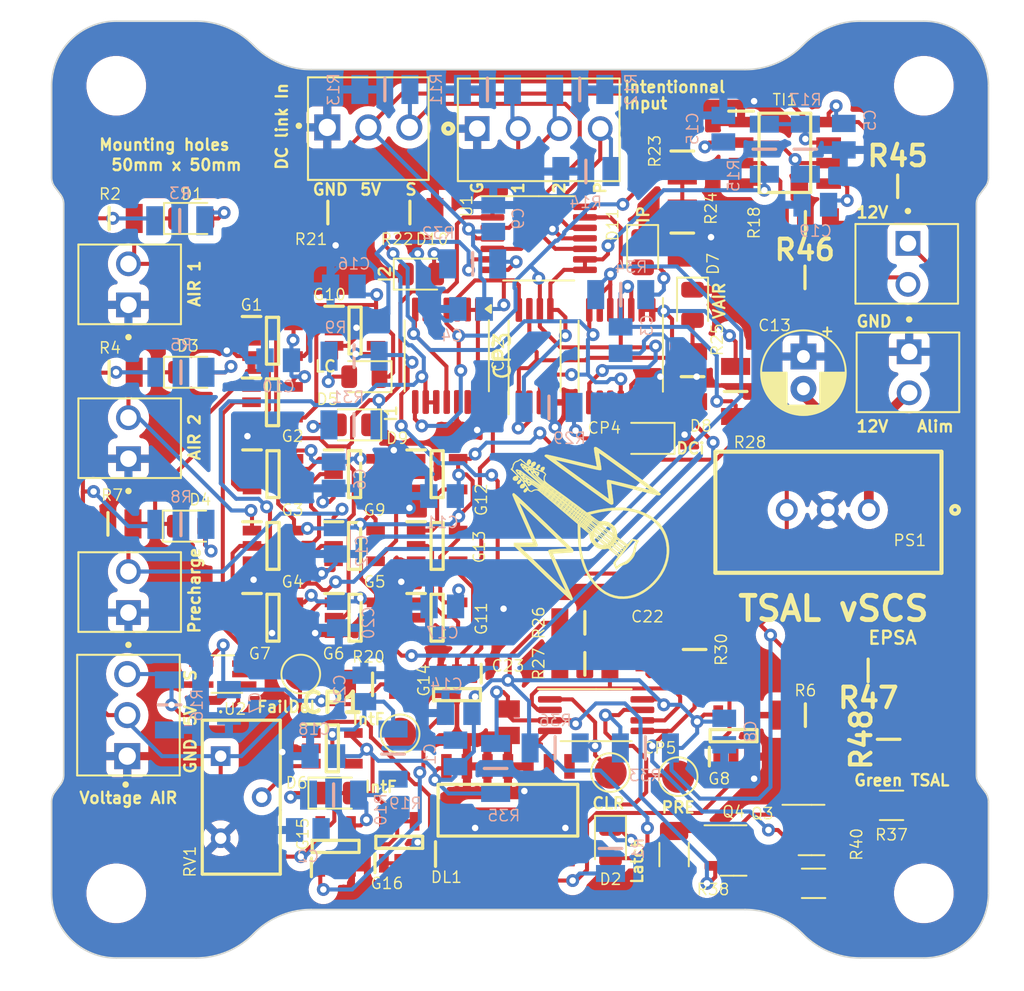
<source format=kicad_pcb>
(kicad_pcb (version 20240108) (generator "pcbnew") (generator_version "8.0")
  (title_block (title "TSAL") (date "2024-02-05") (rev "V2.1") (company "EPSA"))
  (layers (0 "F.Cu" signal) (31 "B.Cu" signal) (34 "B.Paste" user) (35 "F.Paste" user) (36 "B.SilkS" user "B.Silkscreen") (37 "F.SilkS" user "F.Silkscreen") (38 "B.Mask" user) (39 "F.Mask" user) (44 "Edge.Cuts" user))
  (net 0 "")
  (net 1 "+5V")
  (net 2 "Net-(D1-A)")
  (net 3 "Net-(D2-K)")
  (net 4 "Net-(D3-A)")
  (net 5 "Net-(D4-A)")
  (net 6 "Net-(D5-A)")
  (net 7 "+12V")
  (net 8 "Net-(D9-A)")
  (net 9 "Net-(D10-A)")
  (net 10 "Net-(D11-A)")
  (net 11 "GND")
  (net 12 "/Int_del")
  (net 13 "/CLR")
  (net 14 "/mid_Pot")
  (net 15 "/PRE")
  (net 16 "/SCS compliance")
  (net 17 "/DC-Link_In")
  (net 18 "/4.25V")
  (net 19 "/0.75V")
  (net 20 "/VoltageAIR")
  (net 21 "/Raw_VoltageAIR")
  (net 22 "/AIR_1")
  (net 23 "/AIR_2")
  (net 24 "/PreCharge")
  (net 25 "Net-(D6-K)")
  (net 26 "Net-(D7-A)")
  (net 27 "Net-(D8-A)")
  (net 28 "/Int_AIR_1")
  (net 29 "/Int_AIR_2")
  (net 30 "/Int_PreCharge")
  (net 31 "/Int_log")
  (net 32 "/Raw_Int_AIR_1")
  (net 33 "/Raw_Int_AIR_2")
  (net 34 "/Raw_DC-Link_In")
  (net 35 "/Raw_Int_PreCharge")
  (net 36 "Net-(TI1-THRESHOLD)")
  (net 37 "Net-(TI1-CONTROL_VOLTAGE)")
  (net 38 "/INT")
  (net 42 "Net-(G1-Pad4)")
  (net 43 "Net-(G12-Pad2)")
  (net 44 "Net-(G3-Pad4)")
  (net 45 "Net-(G4-Pad4)")
  (net 46 "Net-(G10-Pad2)")
  (net 47 "Net-(G11-Pad1)")
  (net 48 "/Lightning_cond")
  (net 49 "Net-(G8-Pad4)")
  (net 50 "Net-(G12-Pad1)")
  (net 51 "Net-(G11-Pad4)")
  (net 52 "Net-(G12-Pad4)")
  (net 53 "Net-(G13-Pad4)")
  (net 54 "Net-(TI1-DISCHARGE)")
  (net 55 "/Clign")
  (net 56 "Net-(G6-Pad1)")
  (net 57 "Net-(G15-Pad2)")
  (net 58 "Net-(G15-Pad4)")
  (net 59 "/dis2")
  (net 60 "/dis1")
  (net 61 "Net-(Q3-Pad1)")
  (net 62 "Net-(Q3-Pad3)")
  (net 63 "/Green_Signal_SCS")
  (net 64 "/Red_Signal_SCS")
  (net 65 "Net-(CP1-IN+)")
  (net 66 "Net-(CP1-IN-)")
  (footprint "LED_SMD:LED_0805_2012Metric" (layer "F.Cu") (at 118.11 48.26 180)
    (property "Reference" "D5")
    (property "Value" "LED")
  )
  (footprint "Resistor_SMD:R_1206_3216Metric" (layer "F.Cu") (at 137.287 77.851 90)
    (property "Reference" "R38")
    (property "Value" "10k")
  )
  (footprint "EPSA:SOT95P280X145-5N" (layer "F.Cu") (at 117.505 58.74)
    (property "Reference" "G5")
    (property "Value" "Gate AND SN74AHCT1G08DBVR" (hide yes))
  )
  (footprint "EPSA:RESC3216X70N" (layer "F.Cu") (at 102.31 38.465 180)
    (property "Reference" "R2")
    (property "Value" "10k" (hide yes))
  )
  (footprint "EPSA:SOIC127P600X175-8N" (layer "F.Cu") (at 144.145 34.4025)
    (property "Reference" "TI1")
    (property "Value" "Timer 555 LM555CMX_NOPB" (hide yes))
  )
  (footprint "EPSA:RESC3216X70N" (layer "F.Cu") (at 145.415 69.215)
    (property "Reference" "R6")
    (property "Value" "3k9" (hide yes))
  )
  (footprint "LED_SMD:LED_0805_2012Metric" (layer "F.Cu") (at 107.39 47.99)
    (property "Reference" "D3")
    (property "Value" "LED")
  )
  (footprint "EPSA:RESC3216X70N" (layer "F.Cu") (at 137.795 34.29 90)
    (property "Reference" "R23")
    (property "Value" "82k" (hide yes))
  )
  (footprint "MountingHole:MountingHole_3.2mm_M3" (layer "F.Cu") (at 152.75 30.25)
    (property "Reference" "H1" (hide yes))
    (property "Value" "MountingHole")
  )
  (footprint "EPSA:CAPC2012X130N" (layer "F.Cu") (at 127 69.654 90)
    (property "Reference" "C23")
    (property "Value" "1u" (hide yes))
  )
  (footprint "Package_SO:TSSOP-14_4.4x5mm_P0.65mm" (layer "F.Cu") (at 133.985 46.99 -90)
    (property "Reference" "CP4")
    (property "Value" "Comparator_Quad")
  )
  (footprint "EPSA_lib:SOT95P280X145-5N" (layer "F.Cu") (at 116.1288 71.2724)
    (property "Reference" "CP1")
    (property "Value" "Comparateur TS391ILT" (hide yes))
  )
  (footprint "Package_SO:TSSOP-14_4.4x5mm_P0.65mm" (layer "F.Cu") (at 123.2106 46.9671 -90)
    (property "Reference" "CP3")
    (property "Value" "Comparator_Quad")
  )
  (footprint "LED_SMD:LED_0805_2012Metric" (layer "F.Cu") (at 133.35 77.1375 -90)
    (property "Reference" "D2")
    (property "Value" "LED")
  )
  (footprint "EPSA:RESC3216X70N" (layer "F.Cu") (at 138.557 65.151 90)
    (property "Reference" "R30")
    (property "Value" "500k" (hide yes))
  )
  (footprint "Resistor_SMD:R_1206_3216Metric" (layer "F.Cu") (at 145.923 79.629)
    (property "Reference" "R40")
    (property "Value" "100k")
  )
  (footprint "EPSA:RESC3216X70N" (layer "F.Cu") (at 118.618 67.31)
    (property "Reference" "R20")
    (property "Value" "10k" (hide yes))
  )
  (footprint "Package_SO:TSSOP-8_4.4x3mm_P0.65mm" (layer "F.Cu") (at 132.461 69.215)
    (property "Reference" "CP5")
    (property "Value" "Comparator_Dual")
  )
  (footprint "EPSA:RESC3216X70N" (layer "F.Cu") (at 137.795 39.37 90)
    (property "Reference" "R24")
    (property "Value" "12k" (hide yes))
  )
  (footprint "LED_SMD:LED_0805_2012Metric" (layer "F.Cu") (at 117.46845 51.243969 180)
    (property "Reference" "D9")
    (property "Value" "LED")
  )
  (footprint "EPSA:MOLEX_22-11-2042" (layer "F.Cu") (at 128.905 32.90268)
    (property "Reference" "J7" (hide yes))
    (property "Value" "4P Droit 22-11-2042")
  )
  (footprint "EPSA:SOIC127P600X175-14N" (layer "F.Cu") (at 127 75.102 90)
    (property "Reference" "DL1")
    (property "Value" "Bascule D SN74HCS72QDRQ1" (hide yes))
  )
  (footprint "EPSA:RESC3216X70N" (layer "F.Cu") (at 102.235 57.375 180)
    (property "Reference" "R7")
    (property "Value" "10k" (hide yes))
  )
  (footprint "EPSA:SOT95P280X145-5N" (layer "F.Cu") (at 112.455 54.295)
    (property "Reference" "G3")
    (property "Value" "Gate AND SN74AHCT1G08DBVR" (hide yes))
  )
  (footprint "EPSA:SOT95P280X145-5N" (layer "F.Cu") (at 122.615 58.74)
    (property "Reference" "G13")
    (property "Value" "Gate NOR SN74AHCT1G02DBVR" (hide yes))
  )
  (footprint "EPSA:MOLEX_22-11-2022" (layer "F.Cu") (at 151.84 46.72 -90)
    (property "Reference" "J6" (hide yes))
    (property "Value" "2P Droit 2-11-2022")
  )
  (footprint "EPSA:RESC3216X70N" (layer "F.Cu") (at 138.43 48.26 -90)
    (property "Reference" "R25")
    (property "Value" "500" (hide yes))
  )
  (footprint "Capacitor_THT:CP_Radial_D5.0mm_P2.00mm" (layer "F.Cu") (at 145.29512 47.012197 -90)
    (property "Reference" "C13")
    (property "Value" "C")
  )
  (footprint "EPSA:MOLEX_22-11-2022" (layer "F.Cu") (at 103.505 53.34 90)
    (property "Reference" "J2" (hide yes))
    (property "Value" "2P Droit 2-11-2022")
  )
  (footprint "Package_TO_SOT_SMD:SOT-23-3" (layer "F.Cu") (at 145.796 76.327)
    (property "Reference" "Q3")
    (property "Value" "PMOS SI2343CDS-T1-GE3")
  )
  (footprint "MountingHole:MountingHole_3.2mm_M3" (layer "F.Cu") (at 102.75 30.25)
    (property "Reference" "H2" (hide yes))
    (property "Value" "MountingHole")
  )
  (footprint "EPSA:SOT95P280X145-5N" (layer "F.Cu") (at 122.615 54.295)
    (property "Reference" "G12")
    (property "Value" "Gate OR SN74AHCT1G32DBVR" (hide yes))
  )
  (footprint "EPSA:SOT95P280X145-5N" (layer "F.Cu") (at 117.535 45.4)
    (property "Reference" "G10")
    (property "Value" "Gate AND SN74AHCT1G08DBVR" (hide yes))
  )
  (footprint "EPSA:SOT95P280X145-5N" (layer "F.Cu") (at 112.455 58.74)
    (property "Reference" "G4")
    (property "Value" "Gate AND SN74AHCT1G08DBVR" (hide yes))
  )
  (footprint "EPSA:SOT95P280X145-5N" (layer "F.Cu") (at 117.505 54.295)
    (property "Reference" "G9")
    (property "Value" "Gate OR SN74AHCT1G32DBVR" (hide yes))
  )
  (footprint "EPSA:MOLEX_22-11-2032" (layer "F.Cu") (at 115.815 32.82768)
    (property "Reference" "J8" (hide yes))
    (property "Value" "3P Droit 22-11-2032")
  )
  (footprint "EPSA:RESC3216X70N" (layer "F.Cu") (at 120.93 38.1 180)
    (property "Reference" "R22")
    (property "Value" "82k" (hide yes))
  )
  (footprint "EPSA:SOT95P280X145-5N" (layer "F.Cu") (at 112.425 49.845)
    (property "Reference" "G2")
    (property "Value" "Gate AND SN74AHCT1G08DBVR" (hide yes))
  )
  (footprint "EPSA_lib:RESC3216X70N" (layer "F.Cu") (at 150.5712 70.7136 90)
    (property "Reference" "R48")
    (property "Value" "8k2" (hide yes))
  )
  (footprint "EPSA:Mandolule Silk" (layer "F.Cu") (at 132.08 57.3532)
    (property "Reference" "Ref**" (hide yes))
    (property "Value" "Val**" (hide yes))
  )
  (footprint "EPSA:SOT95P280X145-5N" (layer "F.Cu") (at 123.844648 67.946481 -90)
    (property "Reference" "G14")
    (property "Value" "Gate AND SN74AHCT1G08DBVR" (hide yes))
  )
  (footprint "EPSA_lib:RESC3216X70N" (layer "F.Cu") (at 145.3896 42.1132)
    (property "Reference" "R46")
    (property "Value" "8k2" (hide yes))
  )
  (footprint "EPSA:CAPC2012X130N" (layer "F.Cu") (at 135.636 65.151 -90)
    (property "Reference" "C22")
    (property "Value" "2.2u" (hide yes))
  )
  (footprint "EPSA:SOT95P280X145-5N" (layer "F.Cu") (at 112.425 46.035)
    (property "Reference" "G1")
    (property "Value" "Gate AND SN74AHCT1G08DBVR" (hide yes))
  )
  (footprint "EPSA:RESC3216X70N" (layer "F.Cu") (at 145.415 38.735)
    (property "Reference" "R18")
    (property "Value" "3k9" (hide yes))
  )
  (footprint "EPSA:SOT95P280X145-5N" (layer "F.Cu") (at 120.269 77.089 90)
    (property "Reference" "G16")
    (property "Value" "Gate NOR SN74AHCT1G02DBVR" (hide yes))
  )
  (footprint "EPSA:RESC3216X70N" (layer "F.Cu") (at 131.7625 63.5 180)
    (property "Reference" "R26")
    (property "Value" "100k" (hide yes))
  )
  (footprint "EPSA:SOT95P280X145-5N" (layer "F.Cu") (at 112.455 63.185)
    (property "Reference" "G7")
    (property "Value" "Gate OR SN74AHCT1G32DBVR" (hide yes))
  )
  (footprint "EPSA:SOT95P280X145-5N" (layer "F.Cu") (at 122.615 63.185)
    (property "Reference" "G11")
    (property "Value" "Gate AND SN74AHCT1G08DBVR" (hide yes))
  )
  (footprint "TestPoint:TestPoint_Pad_D2.0mm" (layer "F.Cu") (at 137.541 73.025)
    (property "Reference" "TP3" (hide yes))
    (property "Value" "type=\"R\" model=\"TestPoint\" lib=\"\"")
  )
  (footprint "LED_SMD:LED_0805_2012Metric" (layer "F.Cu") (at 135.339243 40.555825 -90)
    (property "Reference" "D11")
    (property "Value" "LED")
  )
  (footprint "EPSA:MOLEX_22-11-2032" (layer "F.Cu") (at 103.43 71.755 90)
    (property "Reference" "J4" (hide yes))
    (property "Value" "3P Droit 22-11-2032")
  )
  (footprint "TestPoint:TestPoint_Pad_D2.0mm" (layer "F.Cu") (at 114.173 66.675)
    (property "Reference" "TP2" (hide yes))
    (property "Value" "type=\"R\" model=\"TestPoint\" lib=\"\"")
  )
  (footprint "EPSA:RESC3216X70N" (layer "F.Cu") (at 102.31 47.99 180)
    (property "Reference" "R4")
    (property "Value" "10k" (hide yes))
  )
  (footprint "EPSA_lib:RESC3216X70N" (layer "F.Cu") (at 149.3012 66.4464 180)
    (property "Reference" "R47")
    (property "Value" "8k2" (hide yes))
  )
  (footprint "EPSA:RESC3216X70N" (layer "F.Cu") (at 115.85 38.1 180)
    (property "Reference" "R21")
    (property "Value" "12k" (hide yes))
  )
  (footprint "MountingHole:MountingHole_3.2mm_M3" (layer "F.Cu") (at 152.75 80.25)
    (property "Reference" "H4" (hide yes))
    (property "Value" "MountingHole")
  )
  (footprint "EPSA:RESC3216X70N" (layer "F.Cu") (at 131.7625 66.04)
    (property "Reference" "R27")
    (property "Value" "50k" (hide yes))
  )
  (footprint "EPSA:MOLEX_22-11-2022" (layer "F.Cu") (at 151.765 40.005 -90)
    (property "Reference" "J9" (hide yes))
    (property "Value" "2P Droit 2-11-2022")
  )
  (footprint "LED_SMD:LED_0805_2012Metric" (layer "F.Cu") (at 121.6175 41.91)
    (property "Reference" "D10")
    (property "Value" "LED")
  )
  (footprint "LED_SMD:LED_0805_2012Metric" (layer "F.Cu") (at 107.315 57.515)
    (property "Reference" "D4")
    (property "Value" "LED")
  )
  (footprint "EPSA:TSR-2" (layer "F.Cu") (at 153.84232 60.405 180)
    (property "Reference" "PS1")
    (property "Value" "Alim HP TSR_2-2450" (hide yes))
  )
  (footprint "TestPoint:TestPoint_Pad_D2.0mm" (layer "F.Cu") (at 120.323416 70.374163)
    (property "Reference" "TP1" (hide yes))
    (property "Value" "type=\"R\" model=\"TestPoint\" lib=\"\"")
  )
  (footprint "LED_SMD:LED_0805_2012Metric" (layer "F.Cu") (at 107.39 38.465)
    (property "Reference" "D1")
    (property "Value" "LED")
  )
  (footprint "LED_SMD:LED_0805_2012Metric" (layer "F.Cu") (at 135.631134 52.080993 180)
    (property "Reference" "D8")
    (property "Value" "LED")
  )
  (footprint "Package_SO:TSSOP-14_4.4x5mm_P0.65mm" (layer "F.Cu") (at 128.905 39.697159)
    (property "Reference" "U1")
    (property "Value" "Opamp_Quad")
  )
  (footprint "EPSA:3296Y1223LF" (layer "F.Cu") (at 109.215 71.755 180)
    (property "Reference" "RV1")
    (property "Value" "Varystor 3296Y-1-223LF" (hide yes))
  )
  (footprint "Package_TO_SOT_SMD:SOT-353_SC-70-5_Handsoldering" (layer "F.Cu") (at 109.347 66.675 180)
    (property "Reference" "U2")
    (property "Value" "Opamp")
  )
  (footprint "EPSA:SOT95P280X145-5N" (layer "F.Cu") (at 140.97 70.485 90)
    (property "Reference" "G8")
    (property "Value" "Gate AND SN74AHCT1G08DBVR" (hide yes))
  )
  (footprint "EPSA:SOT95P280X145-5N" (layer "F.Cu") (at 117.535 63.185)
    (property "Reference" "G6")
    (property "Value" "Gate AND SN74AHCT1G08DBVR" (hide yes))
  )
  (footprint "MountingHole:MountingHole_3.2mm_M3" (layer "F.Cu") (at 102.75 80.25)
    (property "Reference" "H3" (hide yes))
    (property "Value" "MountingHole")
  )
  (footprint "EPSA_lib:RESC3216X70N" (layer "F.Cu") (at 151.13 36.4744)
    (property "Reference" "R45")
    (property "Value" "8k2" (hide yes))
  )
  (footprint "EPSA:MOLEX_22-11-2022" (layer "F.Cu") (at 103.505 43.815 90)
    (property "Reference" "J1" (hide yes))
    (property "Value" "2P Droit 2-11-2022")
  )
  (footprint "EPSA:MOLEX_22-11-2022" (layer "F.Cu") (at 103.505 62.865 90)
    (property "Reference" "J3" (hide yes))
    (property "Value" "2P Droit 2-11-2022")
  )
  (footprint "LED_SMD:LED_0805_2012Metric" (layer "F.Cu") (at 116.332 74.041)
    (property "Reference" "D6")
    (property "Value" "LED")
  )
  (footprint "EPSA:SOT95P280X145-5N" (layer "F.Cu") (at 116.332 77.343 90)
    (property "Reference" "G15")
    (property "Value" "Gate OR SN74AHCT1G32DBVR" (hide yes))
  )
  (footprint "LED_SMD:LED_0805_2012Metric" (layer "F.Cu") (at 138.43 43.815 -90)
    (property "Reference" "D7")
    (property "Value" "LED")
  )
  (footprint "Resistor_SMD:R_1206_3216Metric" (layer "F.Cu") (at 150.749 74.803 180)
    (property "Reference" "R37")
    (property "Value" "1k")
  )
  (footprint "Package_SO:TSSOP-8_4.4x3mm_P0.65mm" (layer "F.Cu") (at 128.651 46.99 90)
    (property "Reference" "CP2")
    (property "Value" "Comparator_Dual")
  )
  (footprint "EPSA:RESC3216X70N" (layer "F.Cu") (at 141.09687 49.176974 90)
    (property "Reference" "R28")
    (property "Value" "10k" (hide yes))
  )
  (footprint "Package_TO_SOT_SMD:SOT-23-3" (layer "F.Cu") (at 140.97 77.597)
    (property "Reference" "Q4")
    (property "Value" "PMOS SI2343CDS-T1-GE3")
  )
  (footprint "TestPoint:TestPoint_Pad_D2.0mm" (layer "F.Cu") (at 133.35 72.771)
    (property "Reference" "TP4" (hide yes))
    (property "Value" "type=\"R\" model=\"TestPoint\" lib=\"\"")
  )
  (footprint "EPSA:CAPC2012X130N" (layer "B.Cu") (at 146.030872 37.613489)
    (property "Reference" "C19")
    (property "Value" "0.01u" (hide yes))
  )
  (footprint "EPSA:CAPC2012X130N" (layer "B.Cu") (at 118.11 67.564 90)
    (property "Reference" "C21")
    (property "Value" "2.2u" (hide yes))
  )
  (footprint "EPSA:RESC3216X70N" (layer "B.Cu") (at 145.415 34.1775 90)
    (property "Reference" "R17")
    (property "Value" "200k" (hide yes))
  )
  (footprint "EPSA:CAPC2012X130N" (layer "B.Cu") (at 122.936 62.484)
    (property "Reference" "C17")
    (property "Value" "10u" (hide yes))
  )
  (footprint "EPSA:RESC3216X70N" (layer "B.Cu") (at 116.205 74.168 180)
    (property "Reference" "R10")
    (property "Value" "500" (hide yes))
  )
  (footprint "EPSA:RESC3216X70N" (layer "B.Cu") (at 126.238 72.517 -90)
    (property "Reference" "R35")
    (property "Value" "500k" (hide yes))
  )
  (footprint "EPSA:CAPC2012X130N" (layer "B.Cu") (at 123.747236 71.586062 -90)
    (property "Reference" "C1")
    (property "Value" "10u" (hide yes))
  )
  (footprint "EPSA:CAPC2012X130N" (layer "B.Cu") (at 122.920905 55.652074)
    (property "Reference" "C11")
    (property "Value" "10u" (hide yes))
  )
  (footprint "EPSA:RESC3216X70N" (layer "B.Cu") (at 106.755 47.99 180)
    (property "Reference" "R5")
    (property "Value" "500" (hide yes))
  )
  (footprint "EPSA:CAPC2012X130N" (layer "B.Cu") (at 109.728 68.45765 90)
    (property "Reference" "C7")
    (property "Value" "10u" (hide yes))
  )
  (footprint "EPSA:RESC3216X70N" (layer "B.Cu") (at 133.985 43.18 180)
    (property "Reference" "R34")
    (property "Value" "500" (hide yes))
  )
  (footprint "EPSA:CAPC2012X130N" (layer "B.Cu") (at 123.952 69.088)
    (property "Reference" "C14")
    (property "Value" "10u" (hide yes))
  )
  (footprint "EPSA:CAPC2012X130N" (layer "B.Cu") (at 147.790967 33.402001 90)
    (property "Reference" "C5")
    (property "Value" "10u" (hide yes))
  )
  (footprint "EPSA:RESC3216X70N" (layer "B.Cu") (at 124.815 41.275)
    (property "Reference" "R32")
    (property "Value" "500" (hide yes))
  )
  (footprint "EPSA:RESC3216X70N" (layer "B.Cu") (at 135.509 71.247)
    (property "Reference" "R33")
    (property "Value" "5k" (hide yes))
  )
  (footprint "EPSA:CAPC2012X130N" (layer "B.Cu") (at 115.57 71.755)
    (property "Reference" "C18")
    (property "Value" "10u" (hide yes))
  )
  (footprint "EPSA:RESC3216X70N" (layer "B.Cu") (at 125.73 30.48)
    (property "Reference" "R11")
    (property "Value" "500k" (hide yes))
  )
  (footprint "EPSA:RESC3216X70N" (layer "B.Cu") (at 131.826 35.56)
    (property "Reference" "R14")
    (property "Value" "500k" (hide yes))
  )
  (footprint "EPSA:CAPC2012X130N" (layer "B.Cu") (at 133.975279 45.998306 90)
    (property "Reference" "C3")
    (property "Value" "10u" (hide yes))
  )
  (footprint "EPSA:RESC3216X70N" (layer "B.Cu") (at 106.045 68.58 90)
    (property "Reference" "R16")
    (property "Value" "500k" (hide yes))
  )
  (footprint "EPSA:CAPC2012X130N" (layer "B.Cu") (at 116.528 62.992 90)
    (property "Reference" "C20")
    (property "Value" "10u" (hide yes))
  )
  (footprint "EPSA:CAPC2012X130N" (layer "B.Cu") (at 114.612 76.327)
    (property "Reference" "C2")
    (property "Value" "10u" (hide yes))
  )
  (footprint "EPSA:CAPC2012X130N" (layer "B.Cu") (at 116.84 42.672)
    (property "Reference" "C16")
    (property "Value" "10u" (hide yes))
  )
  (footprint "EPSA:RESC3216X70N" (layer "B.Cu") (at 119.888 71.628 90)
    (property "Reference" "R19")
    (property "Value" "390k" (hide yes))
  )
  (footprint "EPSA:RESC3216X70N" (layer "B.Cu") (at 131.445 30.48 180)
    (property "Reference" "R12")
    (property "Value" "500k" (hide yes))
  )
  (footprint "EPSA:CAPC2012X130N" (layer "B.Cu") (at 124.714 44.069)
    (property "Reference" "C4")
    (property "Value" "10u" (hide yes))
  )
  (footprint "EPSA:RESC3216X70N" (layer "B.Cu") (at 129.54 50.165 180)
    (property "Reference" "R29")
    (property "Value" "500" (hide yes))
  )
  (footprint "EPSA:RESC3216X70N" (layer "B.Cu") (at 142.875 34.1775 -90)
    (property "Reference" "R15")
    (property "Value" "2k" (hide yes))
  )
  (footprint "EPSA:CAPC2012X130N" (layer "B.Cu") (at 140.393322 70.23206 90)
    (property "Reference" "C8")
    (property "Value" "10u" (hide yes))
  )
  (footprint "EPSA:CAPC2012X130N" (layer "B.Cu") (at 140.335 32.9075 -90)
    (property "Reference" "C15")
    (property "Value" "1u" (hide yes))
  )
  (footprint "EPSA:CAPC2012X130N" (layer "B.Cu") (at 126.091553 38.45438 -90)
    (property "Reference" "C9")
    (property "Value" "10u" (hide yes))
  )
  (footprint "EPSA:RESC3216X70N" (layer "B.Cu") (at 129.921 71.247 180)
    (property "Reference" "R36")
    (property "Value" "5k" (hide yes))
  )
  (footprint "EPSA:CAPC2012X130N" (layer "B.Cu") (at 116.332 58.42 90)
    (property "Reference" "C12")
    (property "Value" "10u" (hide yes))
  )
  (footprint "EPSA:CAPC2012X130N" (layer "B.Cu") (at 116.205 54.356 90)
    (property "Reference" "C6")
    (property "Value" "10u" (hide yes))
  )
  (footprint "EPSA:RESC3216X70N" (layer "B.Cu") (at 117.475 46.99 180)
    (property "Reference" "R9")
    (property "Value" "500" (hide yes))
  )
  (footprint "EPSA:RESC3216X70N" (layer "B.Cu") (at 106.755 57.404 180)
    (property "Reference" "R8")
    (property "Value" "500" (hide yes))
  )
  (footprint "EPSA:RESC3216X70N" (layer "B.Cu") (at 119.38 30.48)
    (property "Reference" "R13")
    (property "Value" "500k" (hide yes))
  )
  (footprint "EPSA:RESC3216X70N" (layer "B.Cu") (at 117.46845 51.243969)
    (property "Reference" "R31")
    (property "Value" "500" (hide yes))
  )
  (footprint "EPSA:RESC3216X70N" (layer "B.Cu") (at 106.68 38.608 180)
    (property "Reference" "R3")
    (property "Value" "500" (hide yes))
  )
  (footprint "EPSA:CAPC2012X130N" (layer "B.Cu") (at 112.776 47.244)
    (property "Reference" "C10")
    (property "Value" "10u" (hide yes))
  )
  (footprint "EPSA:RESC3216X70N" (layer "B.Cu") (at 133.35 77.47 90)
    (property "Reference" "R1")
    (property "Value" "500" (hide yes))
  )
  (gr_arc (start 98.75 74.583333) (mid 98.801317 74.267105) (end 98.95 73.983333) (stroke (width 0.1)) (layer "Edge.Cuts"))
  (gr_arc (start 107.678932 26.25) (mid 109.592342 26.630613) (end 111.214466 27.714466) (stroke (width 0.1)) (layer "Edge.Cuts"))
  (gr_line (start 145.214466 27.785534) (end 145.285534 27.714466) (stroke (width 0.1)) (layer "Edge.Cuts"))
  (gr_arc (start 148.821068 84.25) (mid 146.907651 83.869398) (end 145.285534 82.785534) (stroke (width 0.1)) (layer "Edge.Cuts"))
  (gr_line (start 156.55 36.516667) (end 156.2 36.983333) (stroke (width 0.1)) (layer "Edge.Cuts"))
  (gr_arc (start 114.821068 29.25) (mid 112.907658 28.869387) (end 111.285534 27.785534) (stroke (width 0.1)) (layer "Edge.Cuts"))
  (gr_line (start 99.3 36.983333) (end 98.95 36.516667) (stroke (width 0.1)) (layer "Edge.Cuts"))
  (gr_line (start 98.75 80.25) (end 98.75 74.583333) (stroke (width 0.1)) (layer "Edge.Cuts"))
  (gr_line (start 156.2 73.516667) (end 156.55 73.983333) (stroke (width 0.1)) (layer "Edge.Cuts"))
  (gr_line (start 107.678932 84.25) (end 102.75 84.25) (stroke (width 0.1)) (layer "Edge.Cuts"))
  (gr_arc (start 102.75 84.25) (mid 99.921573 83.078427) (end 98.75 80.25) (stroke (width 0.1)) (layer "Edge.Cuts"))
  (gr_line (start 98.95 73.983333) (end 99.3 73.516667) (stroke (width 0.1)) (layer "Edge.Cuts"))
  (gr_line (start 111.214466 27.714466) (end 111.285534 27.785534) (stroke (width 0.1)) (layer "Edge.Cuts"))
  (gr_arc (start 156 37.583333) (mid 156.051307 37.2671) (end 156.2 36.983333) (stroke (width 0.1)) (layer "Edge.Cuts"))
  (gr_line (start 102.75 26.25) (end 107.678932 26.25) (stroke (width 0.1)) (layer "Edge.Cuts"))
  (gr_arc (start 156.75 80.25) (mid 155.578427 83.078427) (end 152.75 84.25) (stroke (width 0.1)) (layer "Edge.Cuts"))
  (gr_line (start 145.285534 82.785534) (end 145.214466 82.714466) (stroke (width 0.1)) (layer "Edge.Cuts"))
  (gr_line (start 114.821068 29.25) (end 141.678932 29.25) (stroke (width 0.1)) (layer "Edge.Cuts"))
  (gr_arc (start 156.2 73.516667) (mid 156.051326 73.232893) (end 156 72.916667) (stroke (width 0.1)) (layer "Edge.Cuts"))
  (gr_line (start 156 37.583333) (end 156 72.916667) (stroke (width 0.1)) (layer "Edge.Cuts"))
  (gr_line (start 99.5 72.916667) (end 99.5 37.583333) (stroke (width 0.1)) (layer "Edge.Cuts"))
  (gr_line (start 111.285534 82.714466) (end 111.214466 82.785534) (stroke (width 0.1)) (layer "Edge.Cuts"))
  (gr_arc (start 156.75 35.916667) (mid 156.698683 36.232895) (end 156.55 36.516667) (stroke (width 0.1)) (layer "Edge.Cuts"))
  (gr_line (start 98.75 35.916667) (end 98.75 30.25) (stroke (width 0.1)) (layer "Edge.Cuts"))
  (gr_line (start 156.75 74.583333) (end 156.75 80.25) (stroke (width 0.1)) (layer "Edge.Cuts"))
  (gr_line (start 148.821068 26.25) (end 152.75 26.25) (stroke (width 0.1)) (layer "Edge.Cuts"))
  (gr_arc (start 98.95 36.516667) (mid 98.801317 36.232895) (end 98.75 35.916667) (stroke (width 0.1)) (layer "Edge.Cuts"))
  (gr_line (start 156.75 30.25) (end 156.75 35.916667) (stroke (width 0.1)) (layer "Edge.Cuts"))
  (gr_line (start 152.75 84.25) (end 148.821068 84.25) (stroke (width 0.1)) (layer "Edge.Cuts"))
  (gr_arc (start 111.214466 82.785534) (mid 109.592351 83.869408) (end 107.678932 84.25) (stroke (width 0.1)) (layer "Edge.Cuts"))
  (gr_arc (start 145.214466 27.785534) (mid 143.592351 28.869408) (end 141.678932 29.25) (stroke (width 0.1)) (layer "Edge.Cuts"))
  (gr_arc (start 156.55 73.983333) (mid 156.698683 74.267105) (end 156.75 74.583333) (stroke (width 0.1)) (layer "Edge.Cuts"))
  (gr_arc (start 141.678932 81.25) (mid 143.592342 81.630613) (end 145.214466 82.714466) (stroke (width 0.1)) (layer "Edge.Cuts"))
  (gr_arc (start 111.285534 82.714466) (mid 112.907649 81.630592) (end 114.821068 81.25) (stroke (width 0.1)) (layer "Edge.Cuts"))
  (gr_line (start 141.678932 81.25) (end 114.821068 81.25) (stroke (width 0.1)) (layer "Edge.Cuts"))
  (gr_arc (start 152.75 26.25) (mid 155.578427 27.421573) (end 156.75 30.25) (stroke (width 0.1)) (layer "Edge.Cuts"))
  (gr_arc (start 99.5 72.916667) (mid 99.448683 73.232895) (end 99.3 73.516667) (stroke (width 0.1)) (layer "Edge.Cuts"))
  (gr_arc (start 145.285534 27.714466) (mid 146.907649 26.630592) (end 148.821068 26.25) (stroke (width 0.1)) (layer "Edge.Cuts"))
  (gr_arc (start 99.3 36.983333) (mid 99.448683 37.267105) (end 99.5 37.583333) (stroke (width 0.1)) (layer "Edge.Cuts"))
  (gr_arc (start 98.75 30.25) (mid 99.921573 27.421573) (end 102.75 26.25) (stroke (width 0.1)) (layer "Edge.Cuts"))
  (gr_text "EPSA" (at 149.225 64.897 0) (layer "F.SilkS") (effects (font (size 0.8 0.8)) (justify left bottom)))
  (gr_text "DCi" (at 138.303 52.705 0) (layer "F.SilkS") (effects (font (size 0.7 0.7) (thickness 0.14) (bold yes))))
  (gr_text "Alim" (at 152.25 51.75 0) (layer "F.SilkS") (effects (font (size 0.7 0.7)) (justify left bottom)))
  (gr_text "AIR 2" (at 108 52 90) (layer "F.SilkS") (effects (font (size 0.7 0.7)) (justify bottom)))
  (gr_text "GND" (at 107.75 71.75 90) (layer "F.SilkS") (effects (font (size 0.7 0.7)) (justify bottom)))
  (gr_text "Voltage AIR" (at 103.5 74.75 0) (layer "F.SilkS") (effects (font (size 0.7 0.7)) (justify bottom)))
  (gr_text "I2" (at 119.38 41.91 90) (layer "F.SilkS") (effects (font (size 0.7 0.7) (thickness 0.14) (bold yes))))
  (gr_text "DC link In" (at 113.411 32.766 90) (layer "F.SilkS") (effects (font (size 0.7 0.7)) (justify bottom)))
  (gr_text "5V" (at 107.75 69.25 90) (layer "F.SilkS") (effects (font (size 0.7 0.7)) (justify bottom)))
  (gr_text "G" (at 125.095 36.576 90) (layer "F.SilkS") (effects (font (size 0.7 0.7))))
  (gr_text "P" (at 132.715 36.576 90) (layer "F.SilkS") (effects (font (size 0.7 0.7))))
  (gr_text "S" (at 121 37.084 0) (layer "F.SilkS") (effects (font (size 0.7 0.7)) (justify bottom)))
  (gr_text "IntF" (at 118.364 69.469 0) (layer "F.SilkS") (effects (font (size 0.7 0.7) (thickness 0.14) (bold yes))))
  (gr_text "I1" (at 119.761 50.546 90) (layer "F.SilkS") (effects (font (size 0.7 0.7) (thickness 0.14) (bold yes))))
  (gr_text "5V" (at 118.5 37.084 0) (layer "F.SilkS") (effects (font (size 0.7 0.7)) (justify bottom)))
  (gr_text "Mounting holes" (at 101.612 34.31 0) (layer "F.SilkS") (effects (font (size 0.7 0.7)) (justify left bottom)))
  (gr_text "2" (at 130.175 36.576 90) (layer "F.SilkS") (effects (font (size 0.7 0.7))))
  (gr_text "GND" (at 148.5 45.25 0) (layer "F.SilkS") (effects (font (size 0.7 0.7)) (justify left bottom)))
  (gr_text "VAIR" (at 140.081 43.561 90) (layer "F.SilkS") (effects (font (size 0.7 0.7) (thickness 0.14) (bold yes))))
  (gr_text "GND" (at 116 37.084 0) (layer "F.SilkS") (effects (font (size 0.7 0.7)) (justify bottom)))
  (gr_text "12V" (at 148.5 38.5 0) (layer "F.SilkS") (effects (font (size 0.7 0.7)) (justify left bottom)))
  (gr_text "Green TSAL" (at 151.384 73.66 0) (layer "F.SilkS") (effects (font (size 0.7 0.7)) (justify bottom)))
  (gr_text "TSAL vSCS" (at 141.097 63.5 0) (layer "F.SilkS") (effects (font (size 1.5 1.5) (thickness 0.3) (bold yes)) (justify left bottom)))
  (gr_text "12V" (at 148.5 51.75 0) (layer "F.SilkS") (effects (font (size 0.7 0.7)) (justify left bottom)))
  (gr_text "FailDel" (at 113.284 68.707 0) (layer "F.SilkS") (effects (font (size 0.7 0.7) (thickness 0.14) (bold yes))))
  (gr_text "Input" (at 134.112 31.75 0) (layer "F.SilkS") (effects (font (size 0.7 0.7)) (justify left bottom)))
  (gr_text "Precharge\n" (at 108 61.5 90) (layer "F.SilkS") (effects (font (size 0.7 0.7)) (justify bottom)))
  (gr_text "Intentionnal" (at 134.112 30.734 0) (layer "F.SilkS") (effects (font (size 0.7 0.7)) (justify left bottom)))
  (gr_text "LC" (at 115.697 47.625 0) (layer "F.SilkS") (effects (font (size 0.7 0.7) (thickness 0.14) (bold yes))))
  (gr_text "CLR" (at 133.223 74.676 0) (layer "F.SilkS") (effects (font (size 0.7 0.7) (thickness 0.14) (bold yes))))
  (gr_text "IntF" (at 119.126 73.66 0) (layer "F.SilkS") (effects (font (size 0.7 0.7) (thickness 0.14) (bold yes))))
  (gr_text "1" (at 127.635 36.576 90) (layer "F.SilkS") (effects (font (size 0.7 0.7))))
  (gr_text "Latch" (at 135.001 78.232 90) (layer "F.SilkS") (effects (font (size 0.7 0.7) (thickness 0.14) (bold yes))))
  (gr_text "IP" (at 135.382 38.227 90) (layer "F.SilkS") (effects (font (size 0.7 0.7) (thickness 0.14) (bold yes))))
  (gr_text "PRE" (at 137.541 74.93 0) (layer "F.SilkS") (effects (font (size 0.7 0.7) (thickness 0.14) (bold yes))))
  (gr_text "AIR 1" (at 108 42.5 90) (layer "F.SilkS") (effects (font (size 0.7 0.7)) (justify bottom)))
  (gr_text "50mm x 50mm " (at 102.362 35.56 0) (layer "F.SilkS") (effects (font (size 0.7 0.7)) (justify left bottom)))
  (gr_text "S" (at 107.75 66.75 90) (layer "F.SilkS") (effects (font (size 0.7 0.7)) (justify bottom)))
  (segment (start 114.3 38.1) (end 114.3 36.88268) (width 0.25) (layer "F.Cu") (net 1))
  (segment (start 113.755 52.996) (end 113.755 53.345) (width 0.25) (layer "F.Cu") (net 1))
  (segment (start 146.856 32.4975) (end 145.6545 32.4975) (width 0.25) (layer "F.Cu") (net 1))
  (segment (start 122.809 59.436) (end 122.809 61.976) (width 0.25) (layer "F.Cu") (net 1))
  (segment (start 143.256 64.262) (end 142.595 63.601) (width 0.25) (layer "F.Cu") (net 1))
  (segment (start 117.905 60.755) (end 118.835 61.685) (width 0.25) (layer "F.Cu") (net 1))
  (segment (start 118.257747 71.327853) (end 118.618 71.688106) (width 0.25) (layer "F.Cu") (net 1))
  (segment (start 123.915 56.933) (end 123.952 56.896) (width 0.25) (layer "F.Cu") (net 1))
  (segment (start 100.685 67.665) (end 100.685 57.375) (width 0.25) (layer "F.Cu") (net 1))
  (segment (start 116.459 74.041) (end 117.2695 74.041) (width 0.25) (layer "F.Cu") (net 1))
  (segment (start 139.147202 69.185) (end 138.715321 69.616881) (width 0.25) (layer "F.Cu") (net 1))
  (segment (start 102.710914 48.014584) (end 100.784584 48.014584) (width 0.25) (layer "F.Cu") (net 1))
  (segment (start 112.776 56.134) (end 112.776 54.8005) (width 0.25) (layer "F.Cu") (net 1))
  (segment (start 135.2675 68.24) (end 136.312 68.24) (width 0.25) (layer "F.Cu") (net 1))
  (segment (start 124.412498 54.308498) (end 124.815 54.711) (width 0.25) (layer "F.Cu") (net 1))
  (segment (start 141.09687 50.726974) (end 141.09687 52.19687) (width 0.25) (layer "F.Cu") (net 1))
  (segment (start 124.815 54.711) (end 124.815 56.033) (width 0.25) (layer "F.Cu") (net 1))
  (segment (start 128.979991 51.744786) (end 130.635225 53.40002) (width 0.25) (layer "F.Cu") (net 1))
  (segment (start 118.1185 62.235) (end 117.8595 61.976) (width 0.25) (layer "F.Cu") (net 1))
  (segment (start 136.0485 78.075) (end 134.904 78.075) (width 0.25) (layer "F.Cu") (net 1))
  (segment (start 115.981 76.043) (end 116.251084 75.772916) (width 0.25) (layer "F.Cu") (net 1))
  (segment (start 135.636 77.343) (end 135.636 76.2) (width 0.25) (layer "F.Cu") (net 1))
  (segment (start 127.108614 65.560938) (end 127.108614 66.947386) (width 0.25) (layer "F.Cu") (net 1))
  (segment (start 136.245 32.74) (end 134.239 30.734) (width 0.25) (layer "F.Cu") (net 1))
  (segment (start 117.8645 53.345) (end 117.8595 53.34) (width 0.25) (layer "F.Cu") (net 1))
  (segment (start 140.843 49.784) (end 141.09687 50.03787) (width 0.25) (layer "F.Cu") (net 1))
  (segment (start 123.915 54.308498) (end 124.412498 54.308498) (width 0.25) (layer "F.Cu") (net 1))
  (segment (start 134.904 78.075) (end 135.636 77.343) (width 0.25) (layer "F.Cu") (net 1))
  (segment (start 117.905 56.183) (end 118.805 57.083) (width 0.25) (layer "F.Cu") (net 1))
  (segment (start 125.041159 39.697159) (end 126.0425 39.697159) (width 0.25) (layer "F.Cu") (net 1))
  (segment (start 143.637 30.48) (end 138.811 30.48) (width 0.25) (layer "F.Cu") (net 1))
  (segment (start 123.915 53.345) (end 123.915 54.308498) (width 0.25) (layer "F.Cu") (net 1))
  (segment (start 138.811 30.48) (end 137.795 31.496) (width 0.25) (layer "F.Cu") (net 1))
  (segment (start 117.905 59.133) (end 117.905 60.755) (width 0.25) (layer "F.Cu") (net 1))
  (segment (start 124.5645 39.121659) (end 124.5645 39.2205) (width 0.25) (layer "F.Cu") (net 1))
  (segment (start 117.8595 57.396436) (end 118.488968 56.766968) (width 0.25) (layer "F.Cu") (net 1))
  (segment (start 113.725 44.644) (end 113.725 45.085) (width 0.25) (layer "F.Cu") (net 1))
  (segment (start 115.652 68.535) (end 117.901 68.535) (width 0.25) (layer "F.Cu") (net 1))
  (segment (start 134.635 42.896502) (end 134.635 44.1275) (width 0.25) (layer "F.Cu") (net 1))
  (segment (start 134.410498 42.672) (end 134.635 42.896502) (width 0.25) (layer "F.Cu") (net 1))
  (segment (start 114.173 77.978) (end 115.382 76.769) (width 0.25) (layer "F.Cu") (net 1))
  (segment (start 123.915 53.345) (end 124.6715 53.345) (width 0.25) (layer "F.Cu") (net 1))
  (segment (start 113.725 45.960402) (end 113.695952 45.98945) (width 0.25) (layer "F.Cu") (net 1))
  (segment (start 114.3 38.1) (end 114.3 43.581) (width 0.25) (layer "F.Cu") (net 1))
  (segment (start 123.915 58.33) (end 122.809 59.436) (width 0.25) (layer "F.Cu") (net 1))
  (segment (start 122.809 61.976) (end 123.068 62.235) (width 0.25) (layer "F.Cu") (net 1))
  (segment (start 133.35 78.075) (end 134.904 78.075) (width 0.25) (layer "F.Cu") (net 1))
  (segment (start 113.725 48.454) (end 113.725 48.895) (width 0.25) (layer "F.Cu") (net 1))
  (segment (start 114.808 52.832) (end 113.919 52.832) (width 0.25) (layer "F.Cu") (net 1))
  (segment (start 122.69294 72.50606) (end 122.474424 72.724576) (width 0.25) (layer "F.Cu") (net 1))
  (segment (start 109.3724 64.8716) (end 108.219 66.025) (width 0.25) (layer "F.Cu") (net 1))
  (segment (start 118.805 53.345) (end 118.805 53.788) (width 0.25) (layer "F.Cu") (net 1))
  (segment (start 114.3 43.581) (end 114.544 43.825) (width 0.25) (layer "F.Cu") (net 1))
  (segment (start 115.382 76.043) (end 115.981 76.043) (width 0.25) (layer "F.Cu") (net 1))
  (segment (start 114.822336 61.798065) (end 114.385401 62.235) (width 0.25) (layer "F.Cu") (net 1))
  (segment (start 123.915 54.308498) (end 123.952 54.345498) (width 0.25) (layer "F.Cu") (net 1))
  (segment (start 123.84 43.419) (end 123.84 44.1275) (width 0.25) (layer "F.Cu") (net 1))
  (segment (start 124.5645 39.2205) (end 125.041159 39.697159) (width 0.25) (layer "F.Cu") (net 1))
  (segment (start 130.635225 53.40002) (end 139.89372 53.40002) (width 0.25) (layer "F.Cu") (net 1))
  (segment (start 114.4105 48.26) (end 113.919 48.26) (width 0.25) (layer "F.Cu") (net 1))
  (segment (start 144.26232 61.98568) (end 142.647 63.601) (width 0.25) (layer "F.Cu") (net 1))
  (segment (start 114.581 57.652837) (end 114.443837 57.79) (width 0.25) (layer "F.Cu") (net 1))
  (segment (start 126.746 42.427305) (end 126.873 42.300305) (width 0.25) (layer "F.Cu") (net 1))
  (segment (start 113.755 53.8215) (end 113.755 53.345) (width 0.25) (layer "F.Cu") (net 1))
  (segment (start 124.6715 53.345) (end 124.968 53.0485) (width 0.25) (layer "F.Cu") (net 1))
  (segment (start 118.835 44.45) (end 118.835 43.825) (width 0.25) (layer "F.Cu") (net 1))
  (segment (start 127.676 44.1275) (end 127.676 42.595305) (width 0.25) (layer "F.Cu") (net 1))
  (segment (start 130.2125 63.5) (end 129.169552 63.5) (width 0.25) (layer "F.Cu") (net 1))
  (segment (start 139.929502 49.784) (end 140.843 49.784) (width 0.25) (layer "F.Cu") (net 1))
  (segment (start 123.915 62.235) (end 123.915 61.505) (width 0.25) (layer "F.Cu") (net 1))
  (segment (start 123.915 57.79) (end 123.915 56.933) (width 0.25) (layer "F.Cu") (net 1))
  (segment (start 122.474424 72.724576) (end 122.474424 73.221636) (width 0.25) (layer "F.Cu") (net 1))
  (segment (start 118.872 43.18) (end 118.835 43.217) (width 0.25) (layer "F.Cu") (net 1))
  (segment (start 146.856 31.96) (end 147.32 31.496) (width 0.25) (layer "F.Cu") (net 1))
  (segment (start 116.251084 74.248916) (end 116.459 74.041) (width 0.25) (layer "F.Cu") (net 1))
  (segment (start 102.735498 47.99) (end 102.710914 48.014584) (width 0.25) (layer "F.Cu") (net 1))
  (segment (start 100.76 38.465) (end 100.76 47.99) (width 0.25) (layer "F.Cu") (net 1))
  (segment (start 111.506 37.084) (end 102.141 37.084) (width 0.25) (layer "F.Cu") (net 1))
  (segment (start 117.905 54.688) (end 117.905 56.183) (width 0.25) (layer "F.Cu") (net 1))
  (segment (start 100.685 48.065) (end 100.685 57.375) (width 0.25) (layer "F.Cu") (net 1))
  (segment (start 119.319 75.789) (end 119.319 74.742) (width 0.25) (layer "F.Cu") (net 1))
  (segment (start 145.4404 66.4464) (end 147.7512 66.4464) (width 0.25) (layer "F.Cu") (net 1))
  (segment (start 120.44868 30.734) (end 118.355 32.82768) (width 0.25) (layer "F.Cu") (net 1))
  (segment (start 124.815 56.033) (end 123.915 56.933) (width 0.25) (layer "F.Cu") (net 1))
  (segment (start 118.257747 71.327853) (end 118.129453 71.327853) (width 0.25) (layer "F.Cu") (net 1))
  (segment (start 102.235 69.215) (end 100.685 67.665) (width 0.25) (layer "F.Cu") (net 1))
  (segment (start 129.169552 63.5) (end 127.108614 65.560938) (width 0.25) (layer "F.Cu") (net 1))
  (segment (start 127.381 42.300305) (end 126.873 42.300305) (width 0.25) (layer "F.Cu") (net 1))
  (segment (start 112.522 38.1) (end 111.506 37.084) (width 0.25) (layer "F.Cu") (net 1))
  (segment (start 127.676 42.595305) (end 127.381 42.300305) (width 0.25) (layer "F.Cu") (net 1))
  (segment (start 114.3 36.88268) (end 118.355 32.82768) (width 0.25) (layer "F.Cu") (net 1))
  (segment (start 114.3 38.1) (end 112.522 38.1) (width 0.25) (layer "F.Cu") (net 1))
  (segment (start 115.382 76.769) (end 115.382 76.043) (width 0.25) (layer "F.Cu") (net 1))
  (segment (start 118.618 71.688106) (end 118.618 74.041) (width 0.25) (layer "F.Cu") (net 1))
  (segment (start 100.685 55.372) (end 100.685 57.375) (width 0.25) (layer "F.Cu") (net 1))
  (segment (start 123.068 62.235) (end 123.915 62.235) (width 0.25) (layer "F.Cu") (net 1))
  (segment (start 102.141 37.084) (end 100.76 38.465) (width 0.25) (layer "F.Cu") (net 1))
  (segment (start 140.02 69.185) (end 139.147202 69.185) (width 0.25) (layer "F.Cu") (net 1))
  (segment (start 113.284 77.978) (end 114.173 77.978) (width 0.25) (layer "F.Cu") (net 1))
  (segment (start 118.129453 71.327853) (end 117.2764 70.4748) (width 0.25) (layer "F.Cu") (net 1))
  (segment (start 118.835 43.217) (end 118.835 44.45) (width 0.25) (layer "F.Cu") (net 1))
  (segment (start 123.915 57.79) (end 123.915 58.33) (width 0.25) (layer "F.Cu") (net 1))
  (segment (start 109.215 73.909) (end 113.284 77.978) (width 0.25) (layer "F.Cu") (net 1))
  (segment (start 137.795 32.74) (end 136.245 32.74) (width 0.25) (layer "F.Cu") (net 1))
  (segment (start 144.26232 53.83832) (end 144.26232 61.98568) (width 0.25) (layer "F.Cu") (net 1))
  (segment (start 118.805 53.345) (end 117.8645 53.345) (width 0.25) (layer "F.Cu") (net 1))
  (segment (start 142.62087 52.19687) (end 144.26232 53.83832) (width 0.25) (layer "F.Cu") (net 1))
  (segment (start 146.856 32.4975) (end 148.7031 32.4975) (width 0.25) (layer "F.Cu") (net 1))
  (segment (start 112.776 54.8005) (end 113.755 53.8215) (width 0.25) (layer "F.Cu") (net 1))
  (segment (start 114.443837 57.79) (end 113.755 57.79) (width 0.25) (layer "F.Cu") (net 1))
  (segment (start 127.108614 66.947386) (end 127 67.056) (width 0.25) (layer "F.Cu") (net 1))
  (segment (start 113.725 45.085) (end 113.725 45.960402) (width 0.25) (layer "F.Cu") (net 1))
  (segment (start 114.385401 62.235) (end 113.755 62.235) (width 0.25) (layer "F.Cu") (net 1))
  (segment (start 118.805 58.233) (end 117.905 59.133) (width 0.25) (layer "F.Cu") (net 1))
  (segment (start 124.794648 68.245352) (end 124.968 68.072) (width 0.25) (layer "F.Cu") (net 1))
  (segment (start 142.595 63.601) (end 138.557 63.601) (width 0.25) (layer "F.Cu") (net 1))
  (segment (start 119.319 74.742) (end 118.618 74.041) (width 0.25) (layer "F.Cu") (net 1))
  (segment (start 116.251084 75.772916) (end 116.251084 74.248916) (width 0.25) (layer "F.Cu") (net 1))
  (segment (start 145.6545 32.4975) (end 143.637 30.48) (width 0.25) (layer "F.Cu") (net 1))
  (segment (start 118.805 57.083) (end 118.805 57.79) (width 0.25) (layer "F.Cu") (net 1))
  (segment (start 141.09687 52.19687) (end 142.62087 52.19687) (width 0.25) (layer "F.Cu") (net 1))
  (segment (start 103.04 69.215) (end 102.235 69.215) (width 0.25) (layer "F.Cu") (net 1))
  (segment (start 118.488968 56.766968) (end 118.805 57.083) (width 0.25) (layer "F.Cu") (net 1))
  (segment (start 114.544 43.825) (end 113.725 44.644) (width 0.25) (layer "F.Cu") (net 1))
  (segment (start 118.805 57.79) (end 118.805 58.233) (width 0.25) (layer "F.Cu") (net 1))
  (segment (start 118.835 43.825) (end 114.544 43.825) (width 0.25) (layer "F.Cu") (net 1))
  (segment (start 124.794648 69.246481) (end 124.794648 68.245352) (width 0.25) (layer "F.Cu") (net 1))
  (segment (start 123.19 72.50606) (end 122.69294 72.50606) (width 0.25) (layer "F.Cu") (net 1))
  (segment (start 137.795 31.496) (end 137.795 32.74) (width 0.25) (layer "F.Cu") (net 1))
  (segment (start 123.915 61.505) (end 123.952 61.468) (width 0.25) (layer "F.Cu") (net 1))
  (segment (start 108.219 66.025) (end 108.017 66.025) (width 0.25) (layer "F.Cu") (net 1))
  (segment (start 113.755 57.113) (end 112.776 56.134) (width 0.25) (layer "F.Cu") (net 1))
  (segment (start 118.835 62.235) (end 118.1185 62.235) (width 0.25) (layer "F.Cu") (net 1))
  (segment (start 101.346 55.372) (end 100.685 55.372) (width 0.25) (layer "F.Cu") (net 1))
  (segment (start 118.805 53.788) (end 117.905 54.688) (width 0.25) (layer "F.Cu") (net 1))
  (segment (start 113.919 52.832) (end 113.755 52.996) (width 0.25) (layer "F.Cu") (net 1))
  (segment (start 102.5371 38.456953) (end 100.768047 38.456953) (width 0.25) (layer "F.Cu") (net 1))
  (segment (start 117.901 68.535) (end 119.126 67.31) (width 0.25) (layer "F.Cu") (net 1))
  (segment (start 134.239 30.734) (end 120.44868 30.734) (width 0.25) (layer "F.Cu") (net 1))
  (segment (start 118.835 61.685) (end 118.835 62.235) (width 0.25) (layer "F.Cu") (net 1))
  (segment (start 146.856 32.4975) (end 146.856 31.96) (width 0.25) (layer "F.Cu") (net 1))
  (segment (start 124.958695 42.300305) (end 123.84 43.419) (width 0.25) (layer "F.Cu") (net 1))
  (segment (start 119.126 67.31) (end 120.168 67.31) (width 0.25) (layer "F.Cu") (net 1))
  (segment (start 143.256 64.262) (end 145.4404 66.4464) (width 0.25) (layer "F.Cu") (net 1))
  (segment (start 136.312 68.24) (end 136.647701 68.575701) (width 0.25) (layer "F.Cu") (net 1))
  (segment (start 139.89372 53.40002) (end 141.09687 52.19687) (width 0.25) (layer "F.Cu") (net 1))
  (segment (start 113.755 57.79) (end 113.755 57.113) (width 0.25) (layer "F.Cu") (net 1))
  (segment (start 109.215 71.755) (end 109.215 73.909) (width 0.25) (layer "F.Cu") (net 1))
  (segment (start 115.443 68.326) (end 115.652 68.535) (width 0.25) (layer "F.Cu") (net 1))
  (segment (start 126.873 42.300305) (end 124.958695 42.300305) (width 0.25) (layer "F.Cu") (net 1))
  (segment (start 141.09687 50.03787) (end 141.09687 50.726974) (width 0.25) (layer "F.Cu") (net 1))
  (segment (start 148.7031 32.4975) (end 152.68 36.4744) (width 0.25) (layer "F.Cu") (net 1))
  (segment (start 137.287 79.3135) (end 136.0485 78.075) (width 0.25) (layer "F.Cu") (net 1))
  (segment (start 118.618 74.041) (end 117.2695 74.041) (width 0.25) (layer "F.Cu") (net 1))
  (segment (start 113.919 48.26) (end 113.725 48.454) (width 0.25) (layer "F.Cu") (net 1))
  (segment (start 126.746 43.815) (end 126.746 42.427305) (width 0.25) (layer "F.Cu") (net 1))
  (via (at 147.32 31.496) (size 0.8) (drill 0.4) (layers "F.Cu" "B.Cu") (net 1))
  (via (at 115.443 68.326) (size 0.8) (drill 0.4) (layers "F.Cu" "B.Cu") (net 1))
  (via (at 124.5645 39.121659) (size 0.8) (drill 0.4) (layers "F.Cu" "B.Cu") (net 1))
  (via (at 138.715321 69.616881) (size 0.8) (drill 0.4) (layers "F.Cu" "B.Cu") (net 1))
  (via (at 109.3724 64.8716) (size 0.8) (drill 0.4) (layers "F.Cu" "B.Cu") (net 1))
  (via (at 117.8595 57.396436) (size 0.8) (drill 0.4) (layers "F.Cu" "B.Cu") (net 1))
  (via (at 135.636 76.2) (size 0.8) (drill 0.4) (layers "F.Cu" "B.Cu") (net 1))
  (via (at 134.410498 42.672) (size 0.8) (drill 0.4) (layers "F.Cu" "B.Cu") (net 1))
  (via (at 123.952 61.468) (size 0.8) (drill 0.4) (layers "F.Cu" "B.Cu") (net 1))
  (via (at 126.746 43.815) (size 0.8) (drill 0.4) (layers "F.Cu" "B.Cu") (net 1))
  (via (at 117.8595 53.34) (size 0.8) (drill 0.4) (layers "F.Cu" "B.Cu") (net 1))
  (via (at 117.8595 61.976) (size 0.8) (drill 0.4) (layers "F.Cu" "B.Cu") (net 1))
  (via (at 143.256 64.262) (size 0.8) (drill 0.4) (layers "F.Cu" "B.Cu") (net 1))
  (via (at 123.952 54.345498) (size 0.8) (drill 0.4) (layers "F.Cu" "B.Cu") (net 1))
  (via (at 114.808 52.832) (size 0.8) (drill 0.4) (layers "F.Cu" "B.Cu") (net 1))
  (via (at 113.695952 45.98945) (size 0.8) (drill 0.4) (layers "F.Cu" "B.Cu") (net 1))
  (via (at 127 67.056) (size 0.8) (drill 0.4) (layers "F.Cu" "B.Cu") (net 1))
  (via (at 114.581 57.652837) (size 0.8) (drill 0.4) (layers "F.Cu" "B.Cu") (net 1))
  (via (at 114.173 77.978) (size 0.8) (drill 0.4) (layers "F.Cu" "B.Cu") (net 1))
  (via (at 114.822336 61.798065) (size 0.8) (drill 0.4) (layers "F.Cu" "B.Cu") (net 1))
  (via (at 139.929502 49.784) (size 0.8) (drill 0.4) (layers "F.Cu" "B.Cu") (net 1))
  (via (at 102.735498 47.99) (size 0.8) (drill 0.4) (layers "F.Cu" "B.Cu") (net 1))
  (via (at 102.5371 38.456953) (size 0.8) (drill 0.4) (layers "F.Cu" "B.Cu") (net 1))
  (via (at 124.968 53.0485) (size 0.8) (drill 0.4) (layers "F.Cu" "B.Cu") (net 1))
  (via (at 123.952 56.896) (size 0.8) (drill 0.4) (layers "F.Cu" "B.Cu") (net 1))
  (via (at 136.647701 68.575701) (size 0.8) (drill 0.4) (layers "F.Cu" "B.Cu") (net 1))
  (via (at 101.346 55.372) (size 0.8) (drill 0.4) (layers "F.Cu" "B.Cu") (net 1))
  (via (at 118.872 43.18) (size 0.8) (drill 0.4) (layers "F.Cu" "B.Cu") (net 1))
  (via (at 124.968 68.072) (size 0.8) (drill 0.4) (layers "F.Cu" "B.Cu") (net 1))
  (via (at 118.257747 71.327853) (size 0.8) (drill 0.4) (layers "F.Cu" "B.Cu") (net 1))
  (via (at 128.979991 51.744786) (size 0.8) (drill 0.4) (layers "F.Cu" "B.Cu") (net 1))
  (via (at 114.4105 48.26) (size 0.8) (drill 0.4) (layers "F.Cu" "B.Cu") (net 1))
  (via (at 122.474424 73.221636) (size 0.8) (drill 0.4) (layers "F.Cu" "B.Cu") (net 1))
  (segment (start 143.256 64.262) (end 143.256 73.66) (width 0.25) (layer "B.Cu") (net 1))
  (segment (start 117.8595 57.396436) (end 117.655936 57.6) (width 0.25) (layer "B.Cu") (net 1))
  (segment (start 123.747236 72.975764) (end 123.747236 72.406062) (width 0.25) (layer "B.Cu") (net 1))
  (segment (start 142.531 74.385) (end 138.881255 74.385) (width 0.25) (layer "B.Cu") (net 1))
  (segment (start 121.843604 72.041701) (end 122.474424 72.672521) (width 0.25) (layer "B.Cu") (net 1))
  (segment (start 137.674141 68.575701) (end 137.67844 68.58) (width 0.25) (layer "B.Cu") (net 1))
  (segment (start 138.715321 70.326679) (end 138.715321 69.616881) (width 0.25) (layer "B.Cu") (net 1))
  (segment (start 133.975279 43.107219) (end 133.975279 45.178306) (width 0.25) (layer "B.Cu") (net 1))
  (segment (start 122.474424 72.672521) (end 122.474424 73.221636) (width 0.25) (layer "B.Cu") (net 1))
  (segment (start 114.427 77.978) (end 115.432 76.973) (width 0.25) (layer "B.Cu") (net 1))
  (segment (start 117.348 53.34) (end 117.152 53.536) (width 0.25) (layer "B.Cu") (net 1))
  (segment (start 124.5645 39.121659) (end 124.717221 39.27438) (width 0.25) (layer "B.Cu") (net 1))
  (segment (start 114.822336 61.798065) (end 115.196271 62.172) (width 0.25) (layer "B.Cu") (net 1))
  (segment (start 123.451564 57.396436) (end 123.952 56.896) (width 0.25) (layer "B.Cu") (net 1))
  (segment (start 101.346 55.372) (end 103.489 57.515) (width 0.25) (layer "B.Cu") (net 1))
  (segment (start 136.647701 68.575701) (end 137.674141 68.575701) (width 0.25) (layer "B.Cu") (net 1))
  (segment (start 110.49 71.755) (end 105.58 71.755) (width 0.25) (layer "B.Cu") (net 1))
  (segment (start 113.596 47.244) (end 113.596 46.089402) (width 0.25) (layer "B.Cu") (net 1))
  (segment (start 114.808 52.832) (end 114.808 53.34) (width 0.25) (layer "B.Cu") (net 1))
  (segment (start 139.929502 49.784) (end 139.929502 46.965502) (width 0.25) (layer "B.Cu") (net 1))
  (segment (start 123.947236 72.406062) (end 124.890611 71.462687) (width 0.25) (layer "B.Cu") (net 1))
  (segment (start 137.795 71.247) (end 138.715321 70.326679) (width 0.25) (layer "B.Cu") (net 1))
  (segment (start 128.979991 51.744786) (end 128.379863 52.344914) (width 0.25) (layer "B.Cu") (net 1))
  (segment (start 117.8306 71.755) (end 116.39 71.755) (width 0.25) (layer "B.Cu") (net 1))
  (segment (start 147.32 32.111034) (end 147.790967 32.582001) (width 0.25) (layer "B.Cu") (net 1))
  (segment (start 138.881255 74.385) (end 137.1225 72.626245) (width 0.25) (layer "B.Cu") (net 1))
  (segment (start 128.3075 71.12) (end 128.3075 68.3635) (width 0.25) (layer "B.Cu") (net 1))
  (segment (start 123.501364 73.221636) (end 123.747236 72.975764) (width 0.25) (layer "B.Cu") (net 1))
  (segment (start 130.556 72.644) (end 129.032 71.12) (width 0.25) (layer "B.Cu") (net 1))
  (segment (start 123.952 55.863169) (end 123.952 56.896) (width 0.25) (layer "B.Cu") (net 1))
  (segment (start 125.984 67.056) (end 124.968 68.072) (width 0.25) (layer "B.Cu") (net 1))
  (segment (start 124.8017 39.27438) (end 118.355 32.82768) (width 0.25) (layer "B.Cu") (net 1))
  (segment (start 125.671586 52.344914) (end 124.968 53.0485) (width 0.25) (layer "B.Cu") (net 1))
  (segment (start 102.545147 38.465) (end 102.5371 38.456953) (width 0.25) (layer "B.Cu") (net 1))
  (segment (start 123.952 61.468) (end 123.952 62.288) (width 0.25) (layer "B.Cu") (net 1))
  (segment (start 113.596 46.089402) (end 113.695952 45.98945) (width 0.25) (layer "B.Cu") (net 1))
  (segment (start 137.67844 68.58) (end 138.715321 69.616881) (width 0.25) (layer "B.Cu") (net 1))
  (segment (start 114.581 57.652837) (end 116.279163 57.652837) (width 0.25) (layer "B.Cu") (net 1))
  (segment (start 127 67.056) (end 125.984 67.056) (width 0.25) (layer "B.Cu") (net 1))
  (segment (start 105.205 38.465) (end 102.545147 38.465) (width 0.25) (layer "B.Cu") (net 1))
  (segment (start 123.319788 74.067) (end 122.474424 73.221636) (width 0.25) (layer "B.Cu") (net 1))
  (segment (start 126.492 44.069) (end 126.746 43.815) (width 0.25) (layer "B.Cu") (net 1))
  (segment (start 125.2895 42.0965) (end 125.2895 40.588104) (width 0.25) (layer "B.Cu") (net 1))
  (segment (start 105.58 71.755) (end 103.43 69.605) (width 0.25) (layer "B.Cu") (net 1))
  (segment (start 125.2895 40.588104) (end 124.841 40.139604) (width 0.25) (layer "B.Cu") (net 1))
  (segment (start 117.655936 57.6) (end 116.739128 57.6) (width 0.25) (layer "B.Cu") (net 1))
  (segment (start 137.059 71.247) (end 137.795 71.247) (width 0.25) (layer "B.Cu") (net 1))
  (segment (start 115.004 53.536) (end 116.205 53.536) (width 0.25) (layer "B.Cu") (net 1))
  (segment (start 113.919 68.326) (end 113.23065 67.63765) (width 0.25) (layer "B.Cu") (net 1))
  (segment (start 124.841 40.139604) (end 124.841 39.27438) (width 0.25) (layer "B.Cu") (net 1))
  (segment (start 124.717221 39.27438) (end 126.091553 39.27438) (width 0.25) (layer "B.Cu") (net 1))
  (segment (start 132.715 72.644) (end 130.556 72.644) (width 0.25) (layer "B.Cu") (net 1))
  (segment (start 128.379863 52.344914) (end 125.671586 52.344914) (width 0.25) (layer "B.Cu") (net 1))
  (segment (start 126.238 74.067) (end 123.319788 74.067) (width 0.25) (layer "B.Cu") (net 1))
  (segment (start 125.534 44.069) (end 126.492 44.069) (width 0.25) (layer "B.Cu") (net 1))
  (segment (start 118.257747 71.327853) (end 117.8306 71.755) (width 0.25) (layer "B.Cu") (net 1))
  (segment (start 117.8595 53.34) (end 117.348 53.34) (width 0.25) (layer "B.Cu") (net 1))
  (segment (start 113.23065 67.63765) (end 109.728 67.63765) (width 0.25) (layer "B.Cu") (net 1))
  (segment (start 117.8595 61.976) (end 117.6635 62.172) (width 0.25) (layer "B.Cu") (net 1))
  (segment (start 115.432 76.973) (end 115.432 76.327) (width 0.25) (layer "B.Cu") (net 1))
  (segment (start 109.3724 64.8716) (end 109.3724 67.357817) (width 0.25) (layer "B.Cu") (net 1))
  (segment (start 109.3724 67.357817) (end 109.652233 67.63765) (width 0.25) (layer "B.Cu") (net 1))
  (segment (start 113.596 48.191) (end 113.596 47.752) (width 0.25) (layer "B.Cu") (net 1))
  (segment (start 135.636 75.565) (end 132.715 72.644) (width 0.25) (layer "B.Cu") (net 1))
  (segment (start 118.257747 71.327853) (end 118.971595 72.041701) (width 0.25) (layer "B.Cu") (net 1))
  (segment (start 102.735498 47.99) (end 105.205 47.99) (width 0.25) (layer "B.Cu") (net 1))
  (segment (start 118.872 43.18) (end 118.168 43.18) (width 0.25) (layer "B.Cu") (net 1))
  (segment (start 103.489 57.515) (end 105.13 57.515) (width 0.25) (layer "B.Cu") (net 1))
  (segment (start 115.443 68.326) (end 113.919 68.326) (width 0.25) (layer "B.Cu") (net 1))
  (segment (start 137.1225 72.626245) (end 137.1225 71.247) (width 0.25) (layer "B.Cu") (net 1))
  (segment (start 126.091553 39.27438) (end 124.8017 39.27438) (width 0.25) (layer "B.Cu") (net 1))
  (segment (start 117.152 53.536) (end 116.205 53.536) (width 0.25) (layer "B.Cu") (net 1))
  (segment (start 115.196271 62.172) (end 116.528 62.172) (width 0.25) (layer "B.Cu") (net 1))
  (segment (start 129.032 71.12) (end 128.3075 71.12) (width 0.25) (layer "B.Cu") (net 1))
  (segment (start 124.841 39.27438) (end 126.091553 39.27438) (width 0.25) (layer "B.Cu") (net 1))
  (segment (start 118.168 43.18) (end 117.66 42.672) (width 0.25) (layer "B.Cu") (net 1))
  (segment (start 118.971595 72.041701) (end 121.843604 72.041701) (width 0.25) (layer "B.Cu") (net 1))
  (segment (start 134.410498 42.672) (end 133.975279 43.107219) (width 0.25) (layer "B.Cu") (net 1))
  (segment (start 124.968 68.072) (end 124.968 68.892) (width 0.25) (layer "B.Cu") (net 1))
  (segment (start 136.647701 68.575701) (end 135.128 67.056) (width 0.25) (layer "B.Cu") (net 1))
  (segment (start 113.919 68.326) (end 110.49 71.755) (width 0.25) (layer "B.Cu") (net 1))
  (segment (start 147.32 31.496) (end 147.32 32.111034) (width 0.25) (layer "B.Cu") (net 1))
  (segment (start 135.636 76.2) (end 135.636 75.565) (width 0.25) (layer "B.Cu") (net 1))
  (segment (start 124.890611 71.462687) (end 124.890611 69.361389) (width 0.25) (layer "B.Cu") (net 1))
  (segment (start 135.128 67.056) (end 127 67.056) (width 0.25) (layer "B.Cu") (net 1))
  (segment (start 117.8595 57.396436) (end 123.451564 57.396436) (width 0.25) (layer "B.Cu") (net 1))
  (segment (start 125.2895 42.0965) (end 125.534 42.341) (width 0.25) (layer "B.Cu") (net 1))
  (segment (start 125.534 42.341) (end 125.534 44.069) (width 0.25) (layer "B.Cu") (net 1))
  (segment (start 114.173 77.978) (end 114.427 77.978) (width 0.25) (layer "B.Cu") (net 1))
  (segment (start 138.142306 45.178306) (end 133.975279 45.178306) (width 0.25) (layer "B.Cu") (net 1))
  (segment (start 128.3075 68.3635) (end 127 67.056) (width 0.25) (layer "B.Cu") (net 1))
  (segment (start 138.715321 69.616881) (end 140.188501 69.616881) (width 0.25) (layer "B.Cu") (net 1))
  (segment (start 113.665 48.26) (end 113.596 48.191) (width 0.25) (layer "B.Cu") (net 1))
  (segment (start 143.256 73.66) (end 142.531 74.385) (width 0.25) (layer "B.Cu") (net 1))
  (segment (start 114.808 53.34) (end 115.004 53.536) (width 0.25) (layer "B.Cu") (net 1))
  (segment (start 123.952 54.345498) (end 123.952 55.440979) (width 0.25) (layer "B.Cu") (net 1))
  (segment (start 139.929502 46.965502) (end 138.142306 45.178306) (width 0.25) (layer "B.Cu") (net 1))
  (segment (start 122.474424 73.221636) (end 123.501364 73.221636) (width 0.25) (layer "B.Cu") (net 1))
  (segment (start 114.4105 48.26) (end 113.665 48.26) (width 0.25) (layer "B.Cu") (net 1))
  (segment (start 117.6635 62.172) (end 116.528 62.172) (width 0.25) (layer "B.Cu") (net 1))
  (segment (start 109.064502 38.465) (end 109.429502 38.1) (width 0.25) (layer "F.Cu") (net 2))
  (segment (start 108.3275 38.465) (end 109.064502 38.465) (width 0.25) (layer "F.Cu") (net 2))
  (via (at 109.429502 38.1) (size 0.8) (drill 0.4) (layers "F.Cu" "B.Cu") (net 2))
  (segment (start 108.738 38.1) (end 108.23 38.608) (width 0.25) (layer "B.Cu") (net 2))
  (segment (start 109.429502 38.1) (end 108.738 38.1) (width 0.25) (layer "B.Cu") (net 2))
  (segment (start 134.62 76.962) (end 133.858 76.2) (width 0.25) (layer "F.Cu") (net 3))
  (via (at 134.62 76.962) (size 0.8) (drill 0.4) (layers "F.Cu" "B.Cu") (net 3))
  (segment (start 134.62 76.962) (end 133.731 76.962) (width 0.25) (layer "B.Cu") (net 3))
  (segment (start 133.731 76.962) (end 133.35 76.581) (width 0.25) (layer "B.Cu") (net 3))
  (segment (start 133.35 76.581) (end 133.35 75.92) (width 0.25) (layer "B.Cu") (net 3))
  (segment (start 109.855 47.625) (end 109.474 48.006) (width 0.25) (layer "F.Cu") (net 4))
  (segment (start 109.474 48.006) (end 108.3435 48.006) (width 0.25) (layer "F.Cu") (net 4))
  (via (at 109.855 47.625) (size 0.8) (drill 0.4) (layers "F.Cu" "B.Cu") (net 4))
  (segment (start 109.49 47.99) (end 109.855 47.625) (width 0.25) (layer "B.Cu") (net 4))
  (segment (start 108.305 47.99) (end 109.49 47.99) (width 0.25) (layer "B.Cu") (net 4))
  (segment (start 108.6225 59.055) (end 108.2525 58.685) (width 0.25) (layer "F.Cu") (net 5))
  (segment (start 108.2525 58.685) (end 108.2525 57.515) (width 0.25) (layer "F.Cu") (net 5))
  (via (at 108.6225 59.055) (size 0.8) (drill 0.4) (layers "F.Cu" "B.Cu") (net 5))
  (segment (start 108.6225 59.055) (end 108.305 58.7375) (width 0.25) (layer "B.Cu") (net 5))
  (segment (start 108.305 58.7375) (end 108.305 57.404) (width 0.25) (layer "B.Cu") (net 5))
  (segment (start 116.181706 48.26) (end 115.876702 48.565004) (width 0.25) (layer "F.Cu") (net 6))
  (segment (start 117.1725 48.26) (end 116.181706 48.26) (width 0.25) (layer "F.Cu") (net 6))
  (via (at 115.876702 48.565004) (size 0.8) (drill 0.4) (layers "F.Cu" "B.Cu") (net 6))
  (segment (start 115.925 48.516706) (end 115.925 46.99) (width 0.25) (layer "B.Cu") (net 6))
  (segment (start 115.876702 48.565004) (end 115.925 48.516706) (width 0.25) (layer "B.Cu") (net 6))
  (segment (start 151.775112 49.26) (end 148.4925 52.542612) (width 0.6) (layer "F.Cu") (net 7))
  (segment (start 148.4925 52.542612) (end 148.4925 52.6075) (width 0.6) (layer "F.Cu") (net 7))
  (segment (start 149.34232 56.515) (end 149.34232 53.45732) (width 0.6) (layer "F.Cu") (net 7))
  (segment (start 145.317811 49.432811) (end 148.4925 52.6075) (width 0.6) (layer "F.Cu") (net 7))
  (segment (start 149.34232 53.45732) (end 148.4925 52.6075) (width 0.6) (layer "F.Cu") (net 7))
  (segment (start 116.53095 51.243969) (end 115.036531 51.243969) (width 0.25) (layer "F.Cu") (net 8))
  (segment (start 115.036531 51.243969) (end 114.935 51.3455) (width 0.25) (layer "F.Cu") (net 8))
  (via (at 114.935 51.3455) (size 0.8) (drill 0.4) (layers "F.Cu" "B.Cu") (net 8))
  (segment (start 114.935 51.3455) (end 115.816919 51.3455) (width 0.25) (layer "B.Cu") (net 8))
  (segment (start 122.428 40.64) (end 122.428 41.783) (width 0.25) (layer "F.Cu") (net 9))
  (via (at 122.428 40.64) (size 0.8) (drill 0.4) (layers "F.Cu" "B.Cu") (net 9))
  (segment (start 123.063 41.275) (end 122.428 40.64) (width 0.25) (layer "B.Cu") (net 9))
  (segment (start 136.347056 41.493325) (end 135.339243 41.493325) (width 0.25) (layer "F.Cu") (net 10))
  (segment (start 136.652 41.798269) (end 136.347056 41.493325) (width 0.25) (layer "F.Cu") (net 10))
  (segment (start 136.652 42.164) (end 136.652 41.798269) (width 0.25) (layer "F.Cu") (net 10))
  (via (at 136.652 42.164) (size 0.8) (drill 0.4) (layers "F.Cu" "B.Cu") (net 10))
  (segment (start 136.360444 43.18) (end 135.535 43.18) (width 0.25) (layer "B.Cu") (net 10))
  (segment (start 136.652 42.164) (end 136.652 42.888444) (width 0.25) (layer "B.Cu") (net 10))
  (segment (start 136.652 42.888444) (end 136.360444 43.18) (width 0.25) (layer "B.Cu") (net 10))
  (segment (start 119.932869 52.114869) (end 119.932869 52.813187) (width 0.25) (layer "F.Cu") (net 11))
  (segment (start 118.40595 51.286268) (end 119.104268 51.286268) (width 0.25) (layer "F.Cu") (net 11))
  (segment (start 115.469596 60.437044) (end 115.67164 60.235) (width 0.25) (layer "F.Cu") (net 11))
  (segment (start 128.016 73.914) (end 128.27 73.66) (width 0.25) (layer "F.Cu") (net 11))
  (segment (start 109.90473 46.649425) (end 110.240305 46.985) (width 0.25) (layer "F.Cu") (net 11))
  (segment (start 116.168 60.235) (end 116.205 60.198) (width 0.25) (layer "F.Cu") (net 11))
  (segment (start 124.46 51.562) (end 125.095 51.562) (width 0.25) (layer "F.Cu") (net 11))
  (segment (start 111.895 46.985) (end 112.199 47.289) (width 0.25) (layer "F.Cu") (net 11))
  (segment (start 115.67164 60.235) (end 116.168 60.235) (width 0.25) (layer "F.Cu") (net 11))
  (segment (start 130.337659 39.697159) (end 129.7565 39.116) (width 0.25) (layer "F.Cu") (net 11))
  (segment (start 121.315 55.977) (end 120.904 56.388) (width 0.25) (layer "F.Cu") (net 11))
  (segment (start 121.219 78.389) (end 121.219 77.282) (width 0.25) (layer "F.Cu") (net 11))
  (segment (start 109.982 54.897) (end 109.982 51.181) (width 0.25) (layer "F.Cu") (net 11))
  (segment (start 145.29512 47.012197) (end 144.077449 47.012197) (width 0.25) (layer "F.Cu") (net 11))
  (segment (start 119.89 48.004) (end 119.89 45.683281) (width 0.25) (layer "F.Cu") (net 11))
  (segment (start 141.8965 31.2045) (end 142.24 31.2045) (width 0.25) (layer "F.Cu") (net 11))
  (segment (start 119.104268 51.286268) (end 119.932869 52.114869) (width 0.25) (layer "F.Cu") (net 11))
  (segment (start 112.395 64.135) (end 111.155 64.135) (width 0.25) (layer "F.Cu") (net 11))
  (segment (start 111.125 46.985) (end 111.895 46.985) (width 0.25) (layer "F.Cu") (net 11))
  (segment (start 136.1815 48.514) (end 136.4355 48.26) (width 0.25) (layer "F.Cu") (net 11))
  (segment (start 123.84 49.8525) (end 123.84 50.942) (width 0.25) (layer "F.Cu") (net 11))
  (segment (start 141.434 32.4975) (end 141.434 31.667) (width 0.25) (layer "F.Cu") (net 11))
  (segment (start 119.89 45.683281) (end 119.436194 45.229475) (width 0.25) (layer "F.Cu") (net 11))
  (segment (start 124.46 76.708) (end 124.968 76.2) (width 0.25) (layer "F.Cu") (net 11))
  (segment (start 134.899111 48.514) (end 136.1815 48.514) (width 0.25) (layer "F.Cu") (net 11))
  (segment (start 110.240305 46.985) (end 111.125 46.985) (width 0.25) (layer "F.Cu") (net 11))
  (segment (start 116.235 46.35) (end 117.06 46.35) (width 0.25) (layer "F.Cu") (net 11))
  (segment (start 114.9004 71.4248) (end 113.1062 71.4248) (width 0.25) (layer "F.Cu") (net 11))
  (segment (start 119.634 48.26) (end 119.89 48.004) (width 0.25) (layer "F.Cu") (net 11))
  (segment (start 109.982 51.181) (end 110.368 50.795) (width 0.25) (layer "F.Cu") (net 11))
  (segment (start 115.9425 56.0155) (end 116.205 55.753) (width 0.25) (layer "F.Cu") (net 11))
  (segment (start 124.46 77.814) (end 124.46 76.708) (width 0.25) (layer "F.Cu") (net 11))
  (segment (start 128.27 73.66) (end 128.27 72.39) (width 0.25) (layer "F.Cu") (net 11))
  (segment (start 117.06 46.35) (end 117.621654 45.788346) (width 0.25) (layer "F.Cu") (net 11))
  (segment (start 143.383 47.706646) (end 143.383 48.133) (width 0.25) (layer "F.Cu") (net 11))
  (segment (start 113.1062 71.4248) (end 113.03 71.501) (width 0.25) (layer "F.Cu") (net 11))
  (segment (start 121.315 55.245) (end 121.315 55.977) (width 0.25) (layer "F.Cu") (net 11))
  (segment (start 139.2395 48.8155) (end 138.684 48.26) (width 0.25) (layer "F.Cu") (net 11))
  (segment (start 116.205 55.753) (end 116.205 55.245) (width 0.25) (layer "F.Cu") (net 11))
  (segment (start 117.621654 45.788346) (end 117.621654 45.229475) (width 0.25) (layer "F.Cu") (net 11))
  (segment (start 103.505 63.88) (end 106.95 67.325) (width 0.25) (layer "F.Cu") (net 11))
  (segment (start 115.062 64.135) (end 116.235 64.135) (width 0.25) (layer "F.Cu") (net 11))
  (segment (start 121.219 77.282) (end 121.412 77.089) (width 0.25) (layer "F.Cu") (net 11))
  (segment (start 143.383 48.133) (end 142.7005 48.8155) (width 0.25) (layer "F.Cu") (net 11))
  (segment (start 129.5425 70.19) (end 128.27 71.4625) (width 0.25) (layer "F.Cu") (net 11))
  (segment (start 110.33 55.245) (end 109.982 54.897) (width 0.25) (layer "F.Cu") (net 11))
  (segment (start 116.205 60.198) (end 116.205 59.69) (width 0.25) (layer "F.Cu") (net 11))
  (segment (start 112.199 47.289) (end 112.199 50.296) (width 0.25) (layer "F.Cu") (net 11))
  (segment (start 141.434 31.667) (end 141.8965 31.2045) (width 0.25) (layer "F.Cu") (net 11))
  (segment (start 130.81 76.454) (end 130.556 76.2) (width 0.25) (layer "F.Cu") (net 11))
  (segment (start 112.199 50.296) (end 111.7 50.795) (width 0.25) (layer "F.Cu") (net 11))
  (segment (start 103.505 62.865) (end 103.505 63.88) (width 0.25) (layer "F.Cu") (net 11))
  (segment (start 142.7005 48.8155) (end 139.2395 48.8155) (width 0.25) (layer "F.Cu") (net 11))
  (segment (start 134.635 48.778111) (end 134.899111 48.514) (width 0.25) (layer "F.Cu") (net 11))
  (segment (start 144.077449 47.012197) (end 143.383 47.706646) (width 0.25) (layer "F.Cu") (net 11))
  (segment (start 115.5325 56.0155) (end 115.9425 56.0155) (width 0.25) (layer "F.Cu") (net 11))
  (segment (start 128.27 71.4625) (end 128.27 72.39) (width 0.25) (layer "F.Cu") (net 11))
  (segment (start 106.95 67.325) (end 108.017 67.325) (width 0.25) (layer "F.Cu") (net 11))
  (segment (start 110.368 50.795) (end 111.125 50.795) (width 0.25) (layer "F.Cu") (net 11))
  (segment (start 123.84 50.942) (end 124.46 51.562) (width 0.25) (layer "F.Cu") (net 11))
  (segment (start 111.155 55.245) (end 110.33 55.245) (width 0.25) (layer "F.Cu") (net 11))
  (segment (start 130.81 77.814) (end 130.81 76.454) (width 0.25) (layer "F.Cu") (net 11))
  (segment (start 134.635 49.8525) (end 134.635 48.778111) (width 0.25) (layer "F.Cu") (net 11))
  (segment (start 119.0475 48.26) (end 119.634 48.26) (width 0.25) (layer "F.Cu") (net 11))
  (segment (start 111.7 50.795) (end 111.125 50.795) (width 0.25) (layer "F.Cu") (net 11))
  (segment (start 119.436194 45.229475) (end 117.621654 45.229475) (width 0.25) (layer "F.Cu") (net 11))
  (segment (start 109.594681 46.649425) (end 109.90473 46.649425) (width 0.25) (layer "F.Cu") (net 11))
  (segment (start 131.7675 39.697159) (end 130.337659 39.697159) (width 0.25) (layer "F.Cu") (net 11))
  (via (at 129.7565 39.116) (size 0.8) (drill 0.4) (layers "F.Cu" "B.Cu") (net 11))
  (via (at 142.24 73.152) (size 0.8) (drill 0.4) (layers "F.Cu" "B.Cu") (net 11))
  (via (at 116.332 40.132) (size 0.8) (drill 0.4) (layers "F.Cu" "B.Cu") (net 11))
  (via (at 124.968 76.2) (size 0.8) (drill 0.4) (layers "F.Cu" "B.Cu") (net 11))
  (via (at 109.594681 46.649425) (size 0.8) (drill 0.4) (layers "F.Cu" "B.Cu") (net 11))
  (via (at 115.469596 60.437044) (size 0.8) (drill 0.4) (layers "F.Cu" "B.Cu") (net 11))
  (via (at 138.684 48.26) (size 0.8) (drill 0.4) (layers "F.Cu" "B.Cu") (net 11))
  (via (at 137.935916 51.849186) (size 0.8) (drill 0.4) (layers "F.Cu" "B.Cu") (net 11))
  (via (at 111.252 60.833) (size 0.8) (drill 0.4) (layers "F.Cu" "B.Cu") (net 11))
  (via (at 130.556 76.2) (size 0.8) (drill 0.4) (layers "F.Cu" "B.Cu") (net 11))
  (via (at 128.016 73.914) (size 0.8) (drill 0.4) (layers "F.Cu" "B.Cu") (net 11))
  (via (at 129.912202 51.384248) (size 0.8) (drill 0.4) (layers "F.Cu" "B.Cu") (net 11))
  (via (at 136.4355 48.26) (size 0.8) (drill 0.4) (layers "F.Cu" "B.Cu") (net 11))
  (via (at 139.573 39.624) (size 0.8) (drill 0.4) (layers "F.Cu" "B.Cu") (net 11))
  (via (at 125.095 51.562) (size 0.8) (drill 0.4) (layers "F.Cu" "B.Cu") (net 11))
  (via (at 115.062 64.135) (size 0.8) (drill 0.4) (layers "F.Cu" "B.Cu") (net 11))
  (via (at 117.621654 45.229475) (size 0.8) (drill 0.4) (layers "F.Cu" "B.Cu") (net 11))
  (via (at 119.932869 52.813187) (size 0.8) (drill 0.4) (layers "F.Cu" "B.Cu") (net 11))
  (via (at 120.904 56.388) (size 0.8) (drill 0.4) (layers "F.Cu" "B.Cu") (net 11))
  (via (at 142.24 31.2045) (size 0.8) (drill 0.4) (layers "F.Cu" "B.Cu") (net 11))
  (via (at 113.03 71.501) (size 0.8) (drill 0.4) (layers "F.Cu" "B.Cu") (net 11))
  (via (at 120.396 60.96) (size 0.8) (drill 0.4) (layers "F.Cu" "B.Cu") (net 11))
  (via (at 126.728727 62.629164) (size 0.8) (drill 0.4) (layers "F.Cu" "B.Cu") (net 11))
  (via (at 121.412 77.089) (size 0.8) (drill 0.4) (layers "F.Cu" "B.Cu") (net 11))
  (via (at 112.395 64.135) (size 0.8) (drill 0.4) (layers "F.Cu" "B.Cu") (net 11))
  (via (at 121.412 40.6395) (size 0.8) (drill 0.4) (layers "F.Cu" "B.Cu") (net 11))
  (via (at 115.5325 56.0155) (size 0.8) (drill 0.4) (layers "F.Cu" "B.Cu") (net 11))
  (via (at 110.871 51.943) (size 0.8) (drill 0.4) (layers "F.Cu" "B.Cu") (net 11))
  (segment (start 116.02 41.968) (end 116.02 42.672) (width 0.25) (layer "B.Cu") (net 11))
  (segment (start 135.419 46.069146) (end 135.843695 45.644451) (width 0.25) (layer "B.Cu") (net 11))
  (segment (start 119.597 42.381) (end 118.364 41.148) (width 0.25) (layer "B.Cu") (net 11))
  (segment (start 118.727525 45.229475) (end 119.597 44.36) (width 0.25) (layer "B.Cu") (net 11))
  (segment (start 116.332 59.817) (end 116.332 59.24) (width 0.25) (layer "B.Cu") (net 11))
  (segment (start 119.597 44.36) (end 119.597 42.381) (width 0.25) (layer "B.Cu") (net 11))
  (segment (start 136.869 47.244) (end 137.668 47.244) (width 0.25) (layer "B.Cu") (net 11))
  (segment (start 137.668 47.244) (end 138.684 48.26) (width 0.25) (layer "B.Cu") (net 11))
  (segment (start 136.869 45.937) (end 136.869 47.244) (width 0.25) (layer "B.Cu") (net 11))
  (segment (start 136.869 47.8265) (end 136.4355 48.26) (width 0.25) (layer "B.Cu") (net 11))
  (segment (start 135.843695 45.644451) (end 136.576451 45.644451) (width 0.25) (layer "B.Cu") (net 11))
  (segment (start 133.975279 46.818306) (end 135.172694 46.818306) (width 0.25) (layer "B.Cu") (net 11))
  (segment (start 113.03 71.501) (end 113.284 71.755) (width 0.25) (layer "B.Cu") (net 11))
  (segment (start 141.351 73.152) (end 142.24 73.152) (width 0.25) (layer "B.Cu") (net 11))
  (segment (start 115.5325 55.8485) (end 116.205 55.176) (width 0.25) (layer "B.Cu") (net 11))
  (segment (start 136.576451 45.644451) (end 136.869 45.937) (width 0.25) (layer "B.Cu") (net 11))
  (segment (start 130.276 38.5965) (end 130.276 35.56) (width 0.25) (layer "B.Cu") (net 11))
  (segment (start 116.84 41.148) (end 116.02 41.968) (width 0.25) (layer "B.Cu") (net 11))
  (segment (start 135.172694 46.818306) (end 135.419 46.572) (width 0.25) (layer "B.Cu") (net 11))
  (segment (start 123.107253 44.792649) (end 121.412 43.097396) (width 0.25) (layer "B.Cu") (net 11))
  (segment (start 136.869 47.244) (end 136.869 47.8265) (width 0.25) (layer "B.Cu") (net 11))
  (segment (start 123.480045 44.792649) (end 123.107253 44.792649) (width 0.25) (layer "B.Cu") (net 11))
  (segment (start 135.419 46.572) (end 135.419 46.069146) (width 0.25) (layer "B.Cu") (net 11))
  (segment (start 129.7565 39.116) (end 130.276 38.5965) (width 0.25) (layer "B.Cu") (net 11))
  (segment (start 118.364 41.148) (end 116.84 41.148) (width 0.25) (layer "B.Cu") (net 11))
  (segment (start 140.393322 72.194322) (end 141.351 73.152) (width 0.25) (layer "B.Cu") (net 11))
  (segment (start 117.621654 45.229475) (end 118.727525 45.229475) (width 0.25) (layer "B.Cu") (net 11))
  (segment (start 115.5325 56.0155) (end 115.5325 55.8485) (width 0.25) (layer "B.Cu") (net 11))
  (segment (start 121.412 43.097396) (end 121.412 40.6395) (width 0.25) (layer "B.Cu") (net 11))
  (segment (start 140.393322 71.05206) (end 140.393322 72.194322) (width 0.25) (layer "B.Cu") (net 11))
  (segment (start 113.284 71.755) (end 114.75 71.755) (width 0.25) (layer "B.Cu") (net 11))
  (segment (start 123.894 44.378694) (end 123.480045 44.792649) (width 0.25) (layer "B.Cu") (net 11))
  (segment (start 115.711956 60.437044) (end 116.332 59.817) (width 0.25) (layer "B.Cu") (net 11))
  (segment (start 115.469596 60.437044) (end 115.711956 60.437044) (width 0.25) (layer "B.Cu") (net 11))
  (segment (start 120.818299 72.863099) (end 120.818299 73.067006) (width 0.25) (layer "F.Cu") (net 12))
  (segment (start 125.4125 79.248) (end 125.73 78.9305) (width 0.25) (layer "F.Cu") (net 12))
  (segment (start 118.196001 69.631201) (end 118.5164 69.9516) (width 0.25) (layer "F.Cu") (net 12))
  (segment (start 114.125031 66.777064) (end 114.125031 69.040031) (width 0.25) (layer "F.Cu") (net 12))
  (segment (start 122.174 74.2188) (end 122.174 78.74) (width 0.25) (layer "F.Cu") (net 12))
  (segment (start 114.716201 69.631201) (end 114.716201 69.738599) (width 0.25) (layer "F.Cu") (net 12))
  (segment (start 114.9004 69.922798) (end 114.9004 70.4748) (width 0.25) (layer "F.Cu") (net 12))
  (segment (start 120.818299 73.067006) (end 121.242994 73.491701) (width 0.25) (layer "F.Cu") (net 12))
  (segment (start 114.716201 69.631201) (end 118.196001 69.631201) (width 0.25) (layer "F.Cu") (net 12))
  (segment (start 115.443 66.675) (end 116.078 67.31) (width 0.25) (layer "F.Cu") (net 12))
  (segment (start 118.558052 70.602853) (end 120.818299 72.863099) (width 0.25) (layer "F.Cu") (net 12))
  (segment (start 118.5164 69.9516) (end 118.5164 70.602853) (width 0.25) (layer "F.Cu") (net 12))
  (segment (start 122.682 79.248) (end 125.4125 79.248) (width 0.25) (layer "F.Cu") (net 12))
  (segment (start 121.446901 73.491701) (end 122.174 74.2188) (width 0.25) (layer "F.Cu") (net 12))
  (segment (start 116.078 67.31) (end 117.068 67.31) (width 0.25) (layer "F.Cu") (net 12))
  (segment (start 114.716201 69.738599) (end 114.9004 69.922798) (width 0.25) (layer "F.Cu") (net 12))
  (segment (start 125.73 78.9305) (end 125.73 77.814) (width 0.25) (layer "F.Cu") (net 12))
  (segment (start 114.125031 69.040031) (end 114.716201 69.631201) (width 0.25) (layer "F.Cu") (net 12))
  (segment (start 114.173 66.675) (end 115.443 66.675) (width 0.25) (layer "F.Cu") (net 12))
  (segment (start 122.174 78.74) (end 122.682 79.248) (width 0.25) (layer "F.Cu") (net 12))
  (segment (start 118.5164 70.602853) (end 118.558052 70.602853) (width 0.25) (layer "F.Cu") (net 12))
  (segment (start 121.242994 73.491701) (end 121.446901 73.491701) (width 0.25) (layer "F.Cu") (net 12))
  (segment (start 123.19 76.454) (end 123.19 77.814) (width 0.25) (layer "F.Cu") (net 13))
  (segment (start 132.207 73.914) (end 129.667 73.914) (width 0.25) (layer "F.Cu") (net 13))
  (segment (start 133.252795 72.868205) (end 132.207 73.914) (width 0.25) (layer "F.Cu") (net 13))
  (segment (start 129.5985 68.24) (end 130.978 68.24) (width 0.25) (layer "F.Cu") (net 13))
  (segment (start 132.3975 71.12) (end 132.3975 71.6915) (width 0.25) (layer "F.Cu") (net 13))
  (segment (start 132.3975 71.6915) (end 133.35 72.644) (width 0.25) (layer "F.Cu") (net 13))
  (segment (start 124.587 75.057) (end 123.19 76.454) (width 0.25) (layer "F.Cu") (net 13))
  (segment (start 129.667 73.914) (end 128.524 75.057) (width 0.25) (layer "F.Cu") (net 13))
  (segment (start 130.978 68.24) (end 132.3975 69.6595) (width 0.25) (layer "F.Cu") (net 13))
  (segment (start 132.3975 69.6595) (end 132.3975 71.12) (width 0.25) (layer "F.Cu") (net 13))
  (segment (start 128.524 75.057) (end 124.587 75.057) (width 0.25) (layer "F.Cu") (net 13))
  (via (at 132.3975 71.12) (size 0.8) (drill 0.4) (layers "F.Cu" "B.Cu") (net 13))
  (segment (start 131.4075 71.12) (end 132.3975 71.12) (width 0.25) (layer "B.Cu") (net 13))
  (segment (start 128.48 67.963959) (end 128.879959 67.564) (width 0.25) (layer "F.Cu") (net 14))
  (segment (start 137.6625 68.0665) (end 137.6625 68.5855) (width 0.25) (layer "F.Cu") (net 14))
  (segment (start 137.16 67.564) (end 137.6625 68.0665) (width 0.25) (layer "F.Cu") (net 14))
  (segment (start 133.3125 63.5) (end 133.3125 66.04) (width 0.25) (layer "F.Cu") (net 14))
  (segment (start 128.853959 68.89) (end 128.48 68.516041) (width 0.25) (layer "F.Cu") (net 14))
  (segment (start 133.3125 66.04) (end 133.3125 67.564) (width 0.25) (layer "F.Cu") (net 14))
  (segment (start 137.6625 68.5855) (end 136.708 69.54) (width 0.25) (layer "F.Cu") (net 14))
  (segment (start 128.879959 67.564) (end 133.3125 67.564) (width 0.25) (layer "F.Cu") (net 14))
  (segment (start 133.3125 67.564) (end 137.16 67.564) (width 0.25) (layer "F.Cu") (net 14))
  (segment (start 128.48 68.516041) (end 128.48 67.963959) (width 0.25) (layer "F.Cu") (net 14))
  (segment (start 129.5985 68.89) (end 128.853959 68.89) (width 0.25) (layer "F.Cu") (net 14))
  (segment (start 136.708 69.54) (end 135.2675 69.54) (width 0.25) (layer "F.Cu") (net 14))
  (segment (start 135.3235 68.89) (end 134.183 68.89) (width 0.25) (layer "F.Cu") (net 15))
  (segment (start 135.645785 72.938997) (end 137.326312 72.938997) (width 0.25) (layer "F.Cu") (net 15))
  (segment (start 133.0325 70.2945) (end 133.858 71.12) (width 0.25) (layer "F.Cu") (net 15))
  (segment (start 126.238 79.883) (end 127 79.121) (width 0.25) (layer "F.Cu") (net 15))
  (segment (start 134.805 74.745) (end 130.487 74.745) (width 0.25) (layer "F.Cu") (net 15))
  (segment (start 133.858 71.12) (end 134.747 71.12) (width 0.25) (layer "F.Cu") (net 15))
  (segment (start 119.319 78.389) (end 120.269 78.389) (width 0.25) (layer "F.Cu") (net 15))
  (segment (start 120.269 78.389) (end 120.269 79.214) (width 0.25) (layer "F.Cu") (net 15))
  (segment (start 133.0325 69.215) (end 133.0325 70.2945) (width 0.25) (layer "F.Cu") (net 15))
  (segment (start 120.938 79.883) (end 126.238 79.883) (width 0.25) (layer "F.Cu") (net 15))
  (segment (start 127.635 75.819) (end 127 76.454) (width 0.25) (layer "F.Cu") (net 15))
  (segment (start 133.858 69.215) (end 133.0325 69.215) (width 0.25) (layer "F.Cu") (net 15))
  (segment (start 127 79.121) (end 127 77.814) (width 0.25) (layer "F.Cu") (net 15))
  (segment (start 120.269 79.214) (end 120.938 79.883) (width 0.25) (layer "F.Cu") (net 15))
  (segment (start 134.183 68.89) (end 133.858 69.215) (width 0.25) (layer "F.Cu") (net 15))
  (segment (start 130.487 74.745) (end 129.413 75.819) (width 0.25) (layer "F.Cu") (net 15))
  (segment (start 134.747 71.12) (end 135.559782 71.932782) (width 0.25) (layer "F.Cu") (net 15))
  (segment (start 135.559782 73.025) (end 135.645785 72.938997) (width 0.25) (layer "F.Cu") (net 15))
  (segment (start 129.413 75.819) (end 127.635 75.819) (width 0.25) (layer "F.Cu") (net 15))
  (segment (start 135.559782 73.990218) (end 134.805 74.745) (width 0.25) (layer "F.Cu") (net 15))
  (segment (start 127 76.454) (end 127 77.814) (width 0.25) (layer "F.Cu") (net 15))
  (segment (start 135.559782 71.932782) (end 135.559782 73.025) (width 0.25) (layer "F.Cu") (net 15))
  (segment (start 135.559782 73.025) (end 135.559782 73.990218) (width 0.25) (layer "F.Cu") (net 15))
  (via (at 133.0325 69.215) (size 0.8) (drill 0.4) (layers "F.Cu" "B.Cu") (net 15))
  (segment (start 133.0325 69.215) (end 133.223 69.215) (width 0.25) (layer "B.Cu") (net 15))
  (segment (start 133.959 69.951) (end 133.959 71.247) (width 0.25) (layer "B.Cu") (net 15))
  (segment (start 133.223 69.215) (end 133.959 69.951) (width 0.25) (layer "B.Cu") (net 15))
  (segment (start 126.065827 50.258577) (end 125.65975 49.8525) (width 0.25) (layer "F.Cu") (net 16))
  (segment (start 127.676 47.7745) (end 127.635 47.7335) (width 0.25) (layer "F.Cu") (net 16))
  (segment (start 137.16 49.149) (end 137.16 47.117) (width 0.25) (layer "F.Cu") (net 16))
  (segment (start 137.137451 47.094451) (end 131.953 47.094451) (width 0.25) (layer "F.Cu") (net 16))
  (segment (start 136.4565 49.8525) (end 135.285 49.8525) (width 0.25) (layer "F.Cu") (net 16))
  (segment (start 125.2645 55.2875) (end 125.2645 53.9325) (width 0.25) (layer "F.Cu") (net 16))
  (segment (start 128.326 44.1275) (end 128.326 46.284) (width 0.25) (layer "F.Cu") (net 16))
  (segment (start 125.14 49.8525) (end 124.49 49.8525) (width 0.25) (layer "F.Cu") (net 16))
  (segment (start 137.16 47.117) (end 137.16 44.704) (width 0.25) (layer "F.Cu") (net 16))
  (segment (start 126.065827 53.131173) (end 126.065827 50.258577) (width 0.25) (layer "F.Cu") (net 16))
  (segment (start 125.14 44.1275) (end 125.14 49.8525) (width 0.25) (layer "F.Cu") (net 16))
  (segment (start 141.09687 46.10087) (end 141.09687 47.626974) (width 0.25) (layer "F.Cu") (net 16))
  (segment (start 124.49 44.1275) (end 125.14 44.1275) (width 0.25) (layer "F.Cu") (net 16))
  (segment (start 126.7645 47.7335) (end 125.65975 48.83825) (width 0.25) (layer "F.Cu") (net 16))
  (segment (start 137.16 47.117) (end 137.137451 47.094451) (width 0.25) (layer "F.Cu") (net 16))
  (segment (start 128.778 46.736) (end 128.778 47.244) (width 0.25) (layer "F.Cu") (net 16))
  (segment (start 125.65975 49.8525) (end 125.14 49.8525) (width 0.25) (layer "F.Cu") (net 16))
  (segment (start 125.65975 48.83825) (end 125.65975 49.8525) (width 0.25) (layer "F.Cu") (net 16))
  (segment (start 128.2885 47.7335) (end 127.635 47.7335) (width 0.25) (layer "F.Cu") (net 16))
  (segment (start 127.676 49.8525) (end 127.676 47.7745) (width 0.25) (layer "F.Cu") (net 16))
  (segment (start 136.5835 44.1275) (end 136.652 44.196) (width 0.25) (layer "F.Cu") (net 16))
  (segment (start 125.349 55.372) (end 125.2645 55.2875) (width 0.25) (layer "F.Cu") (net 16))
  (segment (start 125.349 65.070198) (end 125.349 55.372) (width 0.25) (layer "F.Cu") (net 16))
  (segment (start 137.16 44.704) (end 136.5835 44.1275) (width 0.25) (layer "F.Cu") (net 16))
  (segment (start 131.803451 47.244) (end 128.778 47.244) (width 0.25) (layer "F.Cu") (net 16))
  (segment (start 131.953 47.094451) (end 131.803451 47.244) (width 0.25) (layer "F.Cu") (net 16))
  (segment (start 124.794648 65.62455) (end 125.349 65.070198) (width 0.25) (layer "F.Cu") (net 16))
  (segment (start 137.16 49.149) (end 136.4565 49.8525) (width 0.25) (layer "F.Cu") (net 16))
  (segment (start 135.285 44.1275) (end 136.5835 44.1275) (width 0.25) (layer "F.Cu") (net 16))
  (segment (start 128.778 47.244) (end 128.2885 47.7335) (width 0.25) (layer "F.Cu") (net 16))
  (segment (start 124.794648 66.646481) (end 124.794648 65.62455) (width 0.25) (layer "F.Cu") (net 16))
  (segment (start 140.716 45.72) (end 141.09687 46.10087) (width 0.25) (layer "F.Cu") (net 16))
  (segment (start 127.635 47.7335) (end 126.7645 47.7335) (width 0.25) (layer "F.Cu") (net 16))
  (segment (start 128.326 46.284) (end 128.778 46.736) (width 0.25) (layer "F.Cu") (net 16))
  (segment (start 125.2645 53.9325) (end 126.065827 53.131173) (width 0.25) (layer "F.Cu") (net 16))
  (via (at 136.652 44.196) (size 0.8) (drill 0.4) (layers "F.Cu" "B.Cu") (net 16))
  (via (at 140.716 45.72) (size 0.8) (drill 0.4) (layers "F.Cu" "B.Cu") (net 16))
  (segment (start 136.652 44.196) (end 139.192 44.196) (width 0.25) (layer "B.Cu") (net 16))
  (segment (start 139.192 44.196) (end 140.716 45.72) (width 0.25) (layer "B.Cu") (net 16))
  (segment (start 130.1065 44.1275) (end 129.626 44.1275) (width 0.25) (layer "F.Cu") (net 17))
  (segment (start 130.556 45.72) (end 130.556 44.577) (width 0.25) (layer "F.Cu") (net 17))
  (segment (start 128.326 49.8525) (end 128.326 51.012027) (width 0.25) (layer "F.Cu") (net 17))
  (segment (start 133.194642 40.668358) (end 133.194642 40.160358) (width 0.25) (layer "F.Cu") (net 17))
  (segment (start 127.903027 51.435) (end 127.635 51.435) (width 0.25) (layer "F.Cu") (net 17))
  (segment (start 131.7675 40.997159) (end 131.7675 41.647159) (width 0.25) (layer "F.Cu") (net 17))
  (segment (start 129.626 42.48883) (end 130.467671 41.647159) (width 0.25) (layer "F.Cu") (net 17))
  (segment (start 130.556 44.577) (end 130.1065 44.1275) (width 0.25) (layer "F.Cu") (net 17))
  (segment (start 128.326 51.012027) (end 127.903027 51.435) (width 0.25) (layer "F.Cu") (net 17))
  (segment (start 131.7675 41.647159) (end 130.467671 41.647159) (width 0.25) (layer "F.Cu") (net 17))
  (segment (start 131.7675 40.997159) (end 132.865841 40.997159) (width 0.25) (layer "F.Cu") (net 17))
  (segment (start 132.865841 40.997159) (end 133.194642 40.668358) (width 0.25) (layer "F.Cu") (net 17))
  (segment (start 142.875 36.7175) (end 142.4795 36.322) (width 0.25) (layer "F.Cu") (net 17))
  (segment (start 142.4795 36.322) (end 141.4485 36.322) (width 0.25) (layer "F.Cu") (net 17))
  (segment (start 129.626 44.1275) (end 129.626 42.48883) (width 0.25) (layer "F.Cu") (net 17))
  (via (at 127.635 51.435) (size 0.8) (drill 0.4) (layers "F.Cu" "B.Cu") (net 17))
  (via (at 130.556 45.72) (size 0.8) (drill 0.4) (layers "F.Cu" "B.Cu") (net 17))
  (via (at 133.194642 40.160358) (size 0.8) (drill 0.4) (layers "F.Cu" "B.Cu") (net 17))
  (via (at 142.875 36.7175) (size 0.8) (drill 0.4) (layers "F.Cu" "B.Cu") (net 17))
  (segment (start 142.875 35.7275) (end 142.875 36.7175) (width 0.25) (layer "B.Cu") (net 17))
  (segment (start 133.194642 40.160358) (end 136.6375 36.7175) (width 0.25) (layer "B.Cu") (net 17))
  (segment (start 130.556 45.72) (end 127.99 48.286) (width 0.25) (layer "B.Cu") (net 17))
  (segment (start 127.99 48.286) (end 127.99 50.165) (width 0.25) (layer "B.Cu") (net 17))
  (segment (start 127.635 51.435) (end 127.635 50.52) (width 0.25) (layer "B.Cu") (net 17))
  (segment (start 136.6375 36.7175) (end 142.875 36.7175) (width 0.25) (layer "B.Cu") (net 17))
  (segment (start 119.38 40.132) (end 119.38 38.1) (width 0.25) (layer "F.Cu") (net 18))
  (segment (start 123.19 47.625) (end 121.158 45.593) (width 0.25) (layer "F.Cu") (net 18))
  (segment (start 119.888 40.64) (end 119.38 40.132) (width 0.25) (layer "F.Cu") (net 18))
  (segment (start 129.667 48.133) (end 130.937 48.133) (width 0.25) (layer "F.Cu") (net 18))
  (segment (start 117.4 38.1) (end 119.38 38.1) (width 0.25) (layer "F.Cu") (net 18))
  (segment (start 128.976 48.824) (end 129.667 48.133) (width 0.25) (layer "F.Cu") (net 18))
  (segment (start 132.269385 45.657615) (end 132.035 45.42323) (width 0.25) (layer "F.Cu") (net 18))
  (segment (start 132.035 45.42323) (end 132.035 44.1275) (width 0.25) (layer "F.Cu") (net 18))
  (segment (start 121.158 45.593) (end 121.24 45.511) (width 0.25) (layer "F.Cu") (net 18))
  (segment (start 133.985 48.402806) (end 133.985 49.8525) (width 0.25) (layer "F.Cu") (net 18))
  (segment (start 121.24 45.511) (end 121.24 44.1275) (width 0.25) (layer "F.Cu") (net 18))
  (segment (start 123.19 49.8525) (end 123.19 47.625) (width 0.25) (layer "F.Cu") (net 18))
  (segment (start 128.976 49.8525) (end 128.976 48.824) (width 0.25) (layer "F.Cu") (net 18))
  (via (at 133.985 48.402806) (size 0.8) (drill 0.4) (layers "F.Cu" "B.Cu") (net 18))
  (via (at 119.888 40.64) (size 0.8) (drill 0.4) (layers "F.Cu" "B.Cu") (net 18))
  (via (at 130.937 48.133) (size 0.8) (drill 0.4) (layers "F.Cu" "B.Cu") (net 18))
  (via (at 132.269385 45.657615) (size 0.8) (drill 0.4) (layers "F.Cu" "B.Cu") (net 18))
  (via (at 121.158 45.593) (size 0.8) (drill 0.4) (layers "F.Cu" "B.Cu") (net 18))
  (segment (start 132.269385 45.657615) (end 131.953 45.974) (width 0.25) (layer "B.Cu") (net 18))
  (segment (start 121.158 44.859837) (end 120.793649 44.495486) (width 0.25) (layer "B.Cu") (net 18))
  (segment (start 128.016 44.831) (end 126.238 46.609) (width 0.25) (layer "B.Cu") (net 18))
  (segment (start 133.985 48.402806) (end 133.343499 48.402806) (width 0.25) (layer "B.Cu") (net 18))
  (segment (start 121.158 45.593) (end 121.158 44.859837) (width 0.25) (layer "B.Cu") (net 18))
  (segment (start 120.793649 41.545649) (end 119.888 40.64) (width 0.25) (layer "B.Cu") (net 18))
  (segment (start 133.142305 48.604) (end 132.424 48.604) (width 0.25) (layer "B.Cu") (net 18))
  (segment (start 126.238 46.609) (end 122.174 46.609) (width 0.25) (layer "B.Cu") (net 18))
  (segment (start 122.174 46.609) (end 121.158 45.593) (width 0.25) (layer "B.Cu") (net 18))
  (segment (start 131.953 45.974) (end 131.953 48.133) (width 0.25) (layer "B.Cu") (net 18))
  (segment (start 131.44277 44.831) (end 128.016 44.831) (width 0.25) (layer "B.Cu") (net 18))
  (segment (start 132.424 48.604) (end 131.953 48.133) (width 0.25) (layer "B.Cu") (net 18))
  (segment (start 130.937 48.133) (end 131.953 48.133) (width 0.25) (layer "B.Cu") (net 18))
  (segment (start 120.793649 44.495486) (end 120.793649 41.545649) (width 0.25) (layer "B.Cu") (net 18))
  (segment (start 132.269385 45.657615) (end 131.44277 44.831) (width 0.25) (layer "B.Cu") (net 18))
  (segment (start 133.343499 48.402806) (end 133.142305 48.604) (width 0.25) (layer "B.Cu") (net 18))
  (segment (start 121.666 51.308) (end 121.24 50.882) (width 0.25) (layer "F.Cu") (net 19))
  (segment (start 136.068451 46.445) (end 136.144 46.369451) (width 0.25) (layer "F.Cu") (net 19))
  (segment (start 130.255695 46.445) (end 136.068451 46.445) (width 0.25) (layer "F.Cu") (net 19))
  (segment (start 132.035 48.686) (end 132.842 47.879) (width 0.25) (layer "F.Cu") (net 19))
  (segment (start 133.985 44.1275) (end 133.985 46.445) (width 0.25) (layer "F.Cu") (net 19))
  (segment (start 128.976 42.235) (end 128.905 42.164) (width 0.25) (layer "F.Cu") (net 19))
  (segment (start 128.976 44.1275) (end 128.976 45.165305) (width 0.25) (layer "F.Cu") (net 19))
  (segment (start 123.19 44.958) (end 123.19 44.1275) (width 0.25) (layer "F.Cu") (net 19))
  (segment (start 123.952 47.752) (end 124.079 47.879) (width 0.25) (layer "F.Cu") (net 19))
  (segment (start 123.952 45.72) (end 123.952 47.752) (width 0.25) (layer "F.Cu") (net 19))
  (segment (start 128.976 44.1275) (end 128.976 42.235) (width 0.25) (layer "F.Cu") (net 19))
  (segment (start 121.24 50.882) (end 121.24 49.8525) (width 0.25) (layer "F.Cu") (net 19))
  (segment (start 137.795 35.84) (end 137.795 37.82) (width 0.25) (layer "F.Cu") (net 19))
  (segment (start 123.952 45.72) (end 123.19 44.958) (width 0.25) (layer "F.Cu") (net 19))
  (segment (start 132.035 49.8525) (end 132.035 48.686) (width 0.25) (layer "F.Cu") (net 19))
  (segment (start 134.112 37.592) (end 135.864 35.84) (width 0.25) (layer "F.Cu") (net 19))
  (segment (start 135.864 35.84) (end 137.795 35.84) (width 0.25) (layer "F.Cu") (net 19))
  (segment (start 128.976 45.165305) (end 130.255695 46.445) (width 0.25) (layer "F.Cu") (net 19))
  (via (at 124.079 47.879) (size 0.8) (drill 0.4) (layers "F.Cu" "B.Cu") (net 19))
  (via (at 132.842 47.879) (size 0.8) (drill 0.4) (layers "F.Cu" "B.Cu") (net 19))
  (via (at 134.112 37.592) (size 0.8) (drill 0.4) (layers "F.Cu" "B.Cu") (net 19))
  (via (at 123.952 45.72) (size 0.8) (drill 0.4) (layers "F.Cu" "B.Cu") (net 19))
  (via (at 136.144 46.369451) (size 0.8) (drill 0.4) (layers "F.Cu" "B.Cu") (net 19))
  (via (at 121.666 51.308) (size 0.8) (drill 0.4) (layers "F.Cu" "B.Cu") (net 19))
  (via (at 128.905 42.164) (size 0.8) (drill 0.4) (layers "F.Cu" "B.Cu") (net 19))
  (segment (start 127.471 42.840004) (end 127.471 44.115305) (width 0.25) (layer "B.Cu") (net 19))
  (segment (start 132.842 47.879) (end 133.042694 47.678306) (width 0.25) (layer "B.Cu") (net 19))
  (segment (start 129.958 39.841) (end 130.056805 39.841) (width 0.25) (layer "B.Cu") (net 19))
  (segment (start 127.405498 42.774502) (end 127.405498 42.393502) (width 0.25) (layer "B.Cu") (net 19))
  (segment (start 121.666 51.308) (end 123.19 51.308) (width 0.25) (layer "B.Cu") (net 19))
  (segment (start 128.905 42.164) (end 128.905 41.91) (width 0.25) (layer "B.Cu") (net 19))
  (segment (start 123.19 51.308) (end 124.079 50.419) (width 0.25) (layer "B.Cu") (net 19))
  (segment (start 127.405498 42.393502) (end 128.397 41.402) (width 0.25) (layer "B.Cu") (net 19))
  (segment (start 125.866305 45.72) (end 123.952 45.72) (width 0.25) (layer "B.Cu") (net 19))
  (segment (start 128.397 41.402) (end 129.958 39.841) (width 0.25) (layer "B.Cu") (net 19))
  (segment (start 133.042694 47.678306) (end 135.709694 47.678306) (width 0.25) (layer "B.Cu") (net 19))
  (segment (start 135.709694 47.678306) (end 136.144 47.244) (width 0.25) (layer "B.Cu") (net 19))
  (segment (start 132.207 37.592) (end 134.112 37.592) (width 0.25) (layer "B.Cu") (net 19))
  (segment (start 124.079 50.419) (end 124.079 47.879) (width 0.25) (layer "B.Cu") (net 19))
  (segment (start 127.471 44.115305) (end 125.866305 45.72) (width 0.25) (layer "B.Cu") (net 19))
  (segment (start 128.905 41.91) (end 128.397 41.402) (width 0.25) (layer "B.Cu") (net 19))
  (segment (start 130.4815 39.3175) (end 132.207 37.592) (width 0.25) (layer "B.Cu") (net 19))
  (segment (start 130.056805 39.841) (end 130.4815 39.416305) (width 0.25) (layer "B.Cu") (net 19))
  (segment (start 136.144 47.244) (end 136.144 46.369451) (width 0.25) (layer "B.Cu") (net 19))
  (segment (start 130.4815 39.416305) (end 130.4815 39.3175) (width 0.25) (layer "B.Cu") (net 19))
  (segment (start 127.405498 42.774502) (end 127.471 42.840004) (width 0.25) (layer "B.Cu") (net 19))
  (segment (start 138.43 51.054) (end 138.43 49.81) (width 0.25) (layer "F.Cu") (net 20))
  (segment (start 133.335 50.785) (end 133.604 51.054) (width 0.25) (layer "F.Cu") (net 20))
  (segment (start 133.720993 51.055993) (end 138.43 51.055993) (width 0.25) (layer "F.Cu") (net 20))
  (segment (start 133.719 51.054) (end 133.720993 51.055993) (width 0.25) (layer "F.Cu") (net 20))
  (segment (start 110.49 64.906544) (end 109.723228 64.139772) (width 0.25) (layer "F.Cu") (net 20))
  (segment (start 121.031 65.532) (end 120.416 65.532) (width 0.25) (layer "F.Cu") (net 20))
  (segment (start 110.677 66.025) (end 110.677 65.093544) (width 0.25) (layer "F.Cu") (net 20))
  (segment (start 119.644 64.76) (end 119.311728 65.092272) (width 0.25) (layer "F.Cu") (net 20))
  (segment (start 120.182492 64.221508) (end 119.644 64.76) (width 0.25) (layer "F.Cu") (net 20))
  (segment (start 139.704299 52.328299) (end 138.43 51.054) (width 0.25) (layer "F.Cu") (net 20))
  (segment (start 120.182492 63.459508) (end 120.182492 64.221508) (width 0.25) (layer "F.Cu") (net 20))
  (segment (start 120.416 65.532) (end 119.644 64.76) (width 0.25) (layer "F.Cu") (net 20))
  (segment (start 109.347 50.546) (end 110.048 49.845) (width 0.25) (layer "F.Cu") (net 20))
  (segment (start 110.677 66.025) (end 110.677 66.675) (width 0.25) (layer "F.Cu") (net 20))
  (segment (start 109.347 63.763544) (end 109.347 50.546) (width 0.25) (layer "F.Cu") (net 20))
  (segment (start 110.675728 65.092272) (end 110.49 64.906544) (width 0.25) (layer "F.Cu") (net 20))
  (segment (start 119.311728 65.092272) (end 110.675728 65.092272) (width 0.25) (layer "F.Cu") (net 20))
  (segment (start 121.315 63.185) (end 120.457 63.185) (width 0.25) (layer "F.Cu") (net 20))
  (segment (start 138.43 51.055993) (end 138.43 49.81) (width 0.25) (layer "F.Cu") (net 20))
  (segment (start 133.335 49.8525) (end 133.335 50.785) (width 0.25) (layer "F.Cu") (net 20))
  (segment (start 132.685 49.8525) (end 133.335 49.8525) (width 0.25) (layer "F.Cu") (net 20))
  (segment (start 110.048 49.845) (end 111.125 49.845) (width 0.25) (layer "F.Cu") (net 20))
  (segment (start 133.604 51.054) (end 133.719 51.054) (width 0.25) (layer "F.Cu") (net 20))
  (segment (start 110.677 65.093544) (end 110.675728 65.092272) (width 0.25) (layer "F.Cu") (net 20))
  (segment (start 110.49 64.906544) (end 109.347 63.763544) (width 0.25) (layer "F.Cu") (net 20))
  (segment (start 120.457 63.185) (end 120.182492 63.459508) (width 0.25) (layer "F.Cu") (net 20))
  (via (at 139.704299 52.328299) (size 0.8) (drill 0.4) (layers "F.Cu" "B.Cu") (net 20))
  (via (at 121.031 65.532) (size 0.8) (drill 0.4) (layers "F.Cu" "B.Cu") (net 20))
  (segment (start 127.635 65.532) (end 139.704299 53.462701) (width 0.25) (layer "B.Cu") (net 20))
  (segment (start 121.031 65.532) (end 127.635 65.532) (width 0.25) (layer "B.Cu") (net 20))
  (segment (start 139.704299 53.462701) (end 139.704299 52.328299) (width 0.25) (layer "B.Cu") (net 20))
  (segment (start 109.474 69.215) (end 106.807 69.215) (width 0.25) (layer "F.Cu") (net 21))
  (segment (start 106.807 69.215) (end 106.172 68.58) (width 0.25) (layer "F.Cu") (net 21))
  (segment (start 110.297 68.392) (end 109.474 69.215) (width 0.25) (layer "F.Cu") (net 21))
  (segment (start 110.297 67.325) (end 110.297 68.392) (width 0.25) (layer "F.Cu") (net 21))
  (via (at 106.172 68.58) (size 0.8) (drill 0.4) (layers "F.Cu" "B.Cu") (net 21))
  (segment (start 105.69 66.675) (end 103.43 66.675) (width 0.25) (layer "B.Cu") (net 21))
  (segment (start 106.172 68.58) (end 106.172 67.157) (width 0.25) (layer "B.Cu") (net 21))
  (segment (start 103.505 41.275) (end 108.077 41.275) (width 0.25) (layer "F.Cu") (net 22))
  (segment (start 108.077 41.275) (end 111.125 44.323) (width 0.25) (layer "F.Cu") (net 22))
  (segment (start 111.95 45.085) (end 112.649 45.784) (width 0.25) (layer "F.Cu") (net 22))
  (segment (start 111.171305 52.668) (end 111.162 52.668) (width 0.25) (layer "F.Cu") (net 22))
  (segment (start 103.86 38.465) (end 106.4525 38.465) (width 0.25) (layer "F.Cu") (net 22))
  (segment (start 111.125 44.323) (end 111.125 45.085) (width 0.25) (layer "F.Cu") (net 22))
  (segment (start 103.86 38.465) (end 103.86 40.92) (width 0.25) (layer "F.Cu") (net 22))
  (segment (start 112.649 51.181) (end 111.596 52.234) (width 0.25) (layer "F.Cu") (net 22))
  (segment (start 111.596 52.234) (end 111.596 52.243305) (width 0.25) (layer "F.Cu") (net 22))
  (segment (start 112.649 45.784) (end 112.649 51.181) (width 0.25) (layer "F.Cu") (net 22))
  (segment (start 111.596 52.243305) (end 111.171305 52.668) (width 0.25) (layer "F.Cu") (net 22))
  (segment (start 111.162 52.668) (end 111.155 52.675) (width 0.25) (layer "F.Cu") (net 22))
  (segment (start 111.155 52.675) (end 111.155 53.345) (width 0.25) (layer "F.Cu") (net 22))
  (segment (start 111.125 45.085) (end 111.95 45.085) (width 0.25) (layer "F.Cu") (net 22))
  (segment (start 106.4525 47.99) (end 106.4525 46.5825) (width 0.25) (layer "F.Cu") (net 23))
  (segment (start 109.781043 45.72) (end 110.096043 46.035) (width 0.25) (layer "F.Cu") (net 23))
  (segment (start 111.08736 56.546182) (end 111.155 56.613822) (width 0.25) (layer "F.Cu") (net 23))
  (segment (start 106.4525 46.5825) (end 107.315 45.72) (width 0.25) (layer "F.Cu") (net 23))
  (segment (start 110.096043 46.035) (end 111.125 46.035) (width 0.25) (layer "F.Cu") (net 23))
  (segment (start 103.86 47.99) (end 106.4525 47.99) (width 0.25) (layer "F.Cu") (net 23))
  (segment (start 111.155 56.613822) (end 111.155 57.65472) (width 0.25) (layer "F.Cu") (net 23))
  (segment (start 103.505 50.8) (end 103.505 48.345) (width 0.25) (layer "F.Cu") (net 23))
  (segment (start 107.315 45.72) (end 109.781043 45.72) (width 0.25) (layer "F.Cu") (net 23))
  (via (at 111.08736 56.546182) (size 0.8) (drill 0.4) (layers "F.Cu" "B.Cu") (net 23))
  (segment (start 109.886182 56.546182) (end 104.14 50.8) (width 0.25) (layer "B.Cu") (net 23))
  (segment (start 111.08736 56.546182) (end 109.886182 56.546182) (width 0.25) (layer "B.Cu") (net 23))
  (segment (start 105.156 57.375) (end 105.156 55.499) (width 0.25) (layer "F.Cu") (net 24))
  (segment (start 105.156 55.499) (end 107.95 52.705) (width 0.25) (layer "F.Cu") (net 24))
  (segment (start 110.109 48.895) (end 111.125 48.895) (width 0.25) (layer "F.Cu") (net 24))
  (segment (start 103.785 57.375) (end 106.2375 57.375) (width 0.25) (layer "F.Cu") (net 24))
  (segment (start 103.505 60.325) (end 103.505 57.655) (width 0.25) (layer "F.Cu") (net 24))
  (segment (start 103.785 57.375) (end 105.156 57.375) (width 0.25) (layer "F.Cu") (net 24))
  (segment (start 107.95 51.054) (end 110.109 48.895) (width 0.25) (layer "F.Cu") (net 24))
  (segment (start 116.7305 56.465498) (end 116.205 56.990998) (width 0.25) (layer "F.Cu") (net 24))
  (segment (start 107.95 52.705) (end 107.95 51.054) (width 0.25) (layer "F.Cu") (net 24))
  (segment (start 116.205 56.990998) (end 116.205 57.79) (width 0.25) (layer "F.Cu") (net 24))
  (via (at 116.7305 56.465498) (size 0.8) (drill 0.4) (layers "F.Cu" "B.Cu") (net 24))
  (segment (start 109.347 60.325) (end 103.505 60.325) (width 0.25) (layer "B.Cu") (net 24))
  (segment (start 116.455498 56.7405) (end 112.9315 56.7405) (width 0.25) (layer "B.Cu") (net 24))
  (segment (start 112.9315 56.7405) (end 109.347 60.325) (width 0.25) (layer "B.Cu") (net 24))
  (segment (start 116.7305 56.465498) (end 116.455498 56.7405) (width 0.25) (layer "B.Cu") (net 24))
  (segment (start 113.792 74.041) (end 113.538 74.295) (width 0.25) (layer "F.Cu") (net 25))
  (segment (start 115.3945 74.041) (end 113.792 74.041) (width 0.25) (layer "F.Cu") (net 25))
  (via (at 113.538 74.295) (size 0.8) (drill 0.4) (layers "F.Cu" "B.Cu") (net 25))
  (segment (start 113.538 74.295) (end 114.528 74.295) (width 0.25) (layer "B.Cu") (net 25))
  (segment (start 138.43 44.7525) (end 138.43 46.71) (width 0.25) (layer "F.Cu") (net 26))
  (segment (start 131.186701 51.5995) (end 131.668194 52.080993) (width 0.25) (layer "F.Cu") (net 27))
  (segment (start 131.668194 52.080993) (end 134.693634 52.080993) (width 0.25) (layer "F.Cu") (net 27))
  (via (at 131.186701 51.5995) (size 0.8) (drill 0.4) (layers "F.Cu" "B.Cu") (net 27))
  (segment (start 131.09 51.502799) (end 131.09 50.165) (width 0.25) (layer "B.Cu") (net 27))
  (segment (start 131.186701 51.5995) (end 131.09 51.502799) (width 0.25) (layer "B.Cu") (net 27))
  (segment (start 117.455 54.058604) (end 117.455 56.775631) (width 0.25) (layer "F.Cu") (net 28))
  (segment (start 121.89 44.1275) (end 122.54 44.1275) (width 0.25) (layer "F.Cu") (net 28))
  (segment (start 115.329952 52.07) (end 115.837952 52.578) (width 0.25) (layer "F.Cu") (net 28))
  (segment (start 118.431589 49.713996) (end 117.348 50.797585) (width 0.25) (layer "F.Cu") (net 28))
  (segment (start 117.348 52.324) (end 117.094 52.578) (width 0.25) (layer "F.Cu") (net 28))
  (segment (start 116.81 63.185) (end 116.235 63.185) (width 0.25) (layer "F.Cu") (net 28))
  (segment (start 112.522 53.848) (end 112.522 52.928468) (width 0.25) (layer "F.Cu") (net 28))
  (segment (start 126.0425 38.397159) (end 126.0425 37.747159) (width 0.25) (layer "F.Cu") (net 28))
  (segment (start 122.6432 42.9768) (end 121.047088 42.9768) (width 0.25) (layer "F.Cu") (net 28))
  (segment (start 122.5606 43.0594) (end 122.5606 44.1046) (width 0.25) (layer "F.Cu") (net 28))
  (segment (start 124.263695 38.397159) (end 126.0425 38.397159) (width 0.25) (layer "F.Cu") (net 28))
  (segment (start 123.2662 42.9768) (end 123.84 42.403) (width 0.25) (layer "F.Cu") (net 28))
  (segment (start 117.1345 57.096131) (end 117.1345 62.8605) (width 0.25) (layer "F.Cu") (net 28))
  (segment (start 117.348 50.797585) (end 117.348 52.324) (width 0.25) (layer "F.Cu") (net 28))
  (segment (start 117.094 52.578) (end 117.1345 52.6185) (width 0.25) (layer "F.Cu") (net 28))
  (segment (start 112.522 52.928468) (end 113.380468 52.07) (width 0.25) (layer "F.Cu") (net 28))
  (segment (start 115.837952 52.578) (end 117.094 52.578) (width 0.25) (layer "F.Cu") (net 28))
  (segment (start 117.1345 53.738104) (end 117.455 54.058604) (width 0.25) (layer "F.Cu") (net 28))
  (segment (start 111.155 54.295) (end 112.075 54.295) (width 0.25) (layer "F.Cu") (net 28))
  (segment (start 117.1345 52.6185) (end 117.1345 53.738104) (width 0.25) (layer "F.Cu") (net 28))
  (segment (start 122.6432 42.9768) (end 122.5606 43.0594) (width 0.25) (layer "F.Cu") (net 28))
  (segment (start 113.380468 52.07) (end 115.329952 52.07) (width 0.25) (layer "F.Cu") (net 28))
  (segment (start 122.6432 42.9768) (end 123.2662 42.9768) (width 0.25) (layer "F.Cu") (net 28))
  (segment (start 120.34 43.683888) (end 120.34 48.777563) (width 0.25) (layer "F.Cu") (net 28))
  (segment (start 123.84 38.820854) (end 124.263695 38.397159) (width 0.25) (layer "F.Cu") (net 28))
  (segment (start 119.009898 49.713996) (end 118.431589 49.713996) (width 0.25) (layer "F.Cu") (net 28))
  (segment (start 121.047088 42.9768) (end 120.34 43.683888) (width 0.25) (layer "F.Cu") (net 28))
  (segment (start 123.84 42.403) (end 123.84 38.820854) (width 0.25) (layer "F.Cu") (net 28))
  (segment (start 120.34 48.777563) (end 119.403567 49.713996) (width 0.25) (layer "F.Cu") (net 28))
  (segment (start 117.1345 62.8605) (end 116.81 63.185) (width 0.25) (layer "F.Cu") (net 28))
  (segment (start 119.403567 49.713996) (end 119.009898 49.713996) (width 0.25) (layer "F.Cu") (net 28))
  (segment (start 112.075 54.295) (end 112.522 53.848) (width 0.25) (layer "F.Cu") (net 28))
  (segment (start 117.455 56.775631) (end 117.1345 57.096131) (width 0.25) (layer "F.Cu") (net 28))
  (via (at 119.009898 49.713996) (size 0.8) (drill 0.4) (layers "F.Cu" "B.Cu") (net 28))
  (segment (start 119.01845 49.722548) (end 119.01845 51.243969) (width 0.25) (layer "B.Cu") (net 28))
  (segment (start 119.009898 49.713996) (end 119.01845 49.722548) (width 0.25) (layer "B.Cu") (net 28))
  (segment (start 124.864841 40.997159) (end 124.5645 41.2975) (width 0.25) (layer "F.Cu") (net 29))
  (segment (start 127.008841 41.647159) (end 127.508 41.148) (width 0.25) (layer "F.Cu") (net 29))
  (segment (start 111.155 62.235) (end 110.495 62.235) (width 0.25) (layer "F.Cu") (net 29))
  (segment (start 112.268 56.525054) (end 112.268 58.452) (width 0.25) (layer "F.Cu") (net 29))
  (segment (start 112.268 58.452) (end 111.98 58.74) (width 0.25) (layer "F.Cu") (net 29))
  (segment (start 110.495 62.235) (end 109.955805 61.695805) (width 0.25) (layer "F.Cu") (net 29))
  (segment (start 111.98 58.74) (end 111.155 58.74) (width 0.25) (layer "F.Cu") (net 29))
  (segment (start 126.0425 40.997159) (end 124.864841 40.997159) (width 0.25) (layer "F.Cu") (net 29))
  (segment (start 126.0425 40.997159) (end 126.0425 41.647159) (width 0.25) (layer "F.Cu") (net 29))
  (segment (start 109.955805 61.695805) (end 109.955805 59.194559) (width 0.25) (layer "F.Cu") (net 29))
  (segment (start 121.89 49.8525) (end 121.89 48.484) (width 0.25) (layer "F.Cu") (net 29))
  (segment (start 126.0425 41.647159) (end 127.008841 41.647159) (width 0.25) (layer "F.Cu") (net 29))
  (segment (start 109.955805 59.194559) (end 110.410364 58.74) (width 0.25) (layer "F.Cu") (net 29))
  (segment (start 124.5645 41.2975) (end 124.5645 41.656) (width 0.25) (layer "F.Cu") (net 29))
  (segment (start 121.89 48.484) (end 121.666 48.26) (width 0.25) (layer "F.Cu") (net 29))
  (segment (start 110.410364 58.74) (end 111.155 58.74) (width 0.25) (layer "F.Cu") (net 29))
  (segment (start 112.060321 56.317375) (end 112.268 56.525054) (width 0.25) (layer "F.Cu") (net 29))
  (segment (start 122.54 49.8525) (end 121.89 49.8525) (width 0.25) (layer "F.Cu") (net 29))
  (via (at 127.508 41.148) (size 0.8) (drill 0.4) (layers "F.Cu" "B.Cu") (net 29))
  (via (at 112.060321 56.317375) (size 0.8) (drill 0.4) (layers "F.Cu" "B.Cu") (net 29))
  (via (at 124.5645 41.656) (size 0.8) (drill 0.4) (layers "F.Cu" "B.Cu") (net 29))
  (via (at 121.666 48.26) (size 0.8) (drill 0.4) (layers "F.Cu" "B.Cu") (net 29))
  (segment (start 124.5645 41.656) (end 124.5645 40.4995) (width 0.25) (layer "B.Cu") (net 29))
  (segment (start 118.872 40.649305) (end 120.343649 42.120954) (width 0.25) (layer "B.Cu") (net 29))
  (segment (start 119.587695 39.915) (end 118.872 40.630695) (width 0.25) (layer "B.Cu") (net 29))
  (segment (start 121.7895 48.1365) (end 121.666 48.26) (width 0.25) (layer "B.Cu") (net 29))
  (segment (start 109.22 50.292) (end 109.22 54.864) (width 0.25) (layer "B.Cu") (net 29))
  (segment (start 120.343649 42.120954) (end 120.343649 45.803954) (width 0.25) (layer "B.Cu") (net 29))
  (segment (start 117.621031 50.018969) (end 115.042969 50.018969) (width 0.25) (layer "B.Cu") (net 29))
  (segment (start 123.98 39.915) (end 119.587695 39.915) (width 0.25) (layer "B.Cu") (net 29))
  (segment (start 121.666 48.26) (end 121.158 48.768) (width 0.25) (layer "B.Cu") (net 29))
  (segment (start 121.036805 46.318) (end 121.7895 47.070695) (width 0.25) (layer "B.Cu") (net 29))
  (segment (start 109.22 54.864) (end 110.177182 55.821182) (width 0.25) (layer "B.Cu") (net 29))
  (segment (start 114.808 49.784) (end 109.728 49.784) (width 0.25) (layer "B.Cu") (net 29))
  (segment (start 121.7895 47.070695) (end 121.7895 48.1365) (width 0.25) (layer "B.Cu") (net 29))
  (segment (start 121.158 48.768) (end 118.872 48.768) (width 0.25) (layer "B.Cu") (net 29))
  (segment (start 118.872 40.630695) (end 118.872 40.649305) (width 0.25) (layer "B.Cu") (net 29))
  (segment (start 110.177182 55.821182) (end 111.564128 55.821182) (width 0.25) (layer "B.Cu") (net 29))
  (segment (start 111.564128 55.821182) (end 112.060321 56.317375) (width 0.25) (layer "B.Cu") (net 29))
  (segment (start 127.508 41.148) (end 126.492 41.148) (width 0.25) (layer "B.Cu") (net 29))
  (segment (start 124.5645 40.4995) (end 123.98 39.915) (width 0.25) (layer "B.Cu") (net 29))
  (segment (start 118.872 48.768) (end 117.621031 50.018969) (width 0.25) (layer "B.Cu") (net 29))
  (segment (start 120.857695 46.318) (end 121.036805 46.318) (width 0.25) (layer "B.Cu") (net 29))
  (segment (start 109.728 49.784) (end 109.22 50.292) (width 0.25) (layer "B.Cu") (net 29))
  (segment (start 115.042969 50.018969) (end 114.808 49.784) (width 0.25) (layer "B.Cu") (net 29))
  (segment (start 120.343649 45.803954) (end 120.857695 46.318) (width 0.25) (layer "B.Cu") (net 29))
  (segment (start 133.335 42.56) (end 133.335 41.925) (width 0.25) (layer "F.Cu") (net 30))
  (segment (start 133.335 41.925) (end 133.985 41.275) (width 0.25) (layer "F.Cu") (net 30))
  (segment (start 116.205 58.74) (end 115.443 58.74) (width 0.25) (layer "F.Cu") (net 30))
  (segment (start 114.522031 61.073065) (end 115.122641 61.073065) (width 0.25) (layer "F.Cu") (net 30))
  (segment (start 133.329255 38.397159) (end 131.7675 38.397159) (width 0.25) (layer "F.Cu") (net 30))
  (segment (start 112.343558 61.815438) (end 112.343558 62.916442) (width 0.25) (layer "F.Cu") (net 30))
  (segment (start 131.7675 38.397159) (end 131.7675 37.747159) (width 0.25) (layer "F.Cu") (net 30))
  (segment (start 133.985 41.275) (end 133.985 39.052904) (width 0.25) (layer "F.Cu") (net 30))
  (segment (start 133.335 42.56) (end 133.335 44.1275) (width 0.25) (layer "F.Cu") (net 30))
  (segment (start 133.985 39.052904) (end 133.329255 38.397159) (width 0.25) (layer "F.Cu") (net 30))
  (segment (start 114.681 59.502) (end 114.681 60.914096) (width 0.25) (layer "F.Cu") (net 30))
  (segment (start 114.681 60.914096) (end 114.32857 61.266526) (width 0.25) (layer "F.Cu") (net 30))
  (segment (start 115.122641 61.073065) (end 115.517576 61.468) (width 0.25) (layer "F.Cu") (net 30))
  (segment (start 114.32857 61.266526) (end 112.89247 61.266526) (width 0.25) (layer "F.Cu") (net 30))
  (segment (start 114.32857 61.266526) (end 114.522031 61.073065) (width 0.25) (layer "F.Cu") (net 30))
  (segment (start 132.685 43.21) (end 133.335 42.56) (width 0.25) (layer "F.Cu") (net 30))
  (segment (start 115.824 61.468) (end 116.332 60.96) (width 0.25) (layer "F.Cu") (net 30))
  (segment (start 132.685 44.1275) (end 132.685 43.21) (width 0.25) (layer "F.Cu") (net 30))
  (segment (start 112.89247 61.266526) (end 112.343558 61.815438) (width 0.25) (layer "F.Cu") (net 30))
  (segment (start 112.075 63.185) (end 111.155 63.185) (width 0.25) (layer "F.Cu") (net 30))
  (segment (start 115.517576 61.468) (end 115.824 61.468) (width 0.25) (layer "F.Cu") (net 30))
  (segment (start 115.443 58.74) (end 114.681 59.502) (width 0.25) (layer "F.Cu") (net 30))
  (segment (start 112.343558 62.916442) (end 112.075 63.185) (width 0.25) (layer "F.Cu") (net 30))
  (via (at 133.35 41.91) (size 0.8) (drill 0.4) (layers "F.Cu" "B.Cu") (net 30))
  (via (at 116.332 60.96) (size 0.8) (drill 0.4) (layers "F.Cu" "B.Cu") (net 30))
  (segment (start 132.435 42.825) (end 133.35 41.91) (width 0.25) (layer "B.Cu") (net 30))
  (segment (start 133.35 41.91) (end 133.821 41.439) (width 0.25) (layer "B.Cu") (net 30))
  (segment (start 133.821 41.439) (end 137.460305 41.439) (width 0.25) (layer "B.Cu") (net 30))
  (segment (start 141.441 45.419695) (end 141.441 49.44) (width 0.25) (layer "B.Cu") (net 30))
  (segment (start 137.460305 41.439) (end 141.441 45.419695) (width 0.25) (layer "B.Cu") (net 30))
  (segment (start 117.448 60.96) (end 116.332 60.96) (width 0.25) (layer "B.Cu") (net 30))
  (segment (start 131.953 58.928) (end 119.48 58.928) (width 0.25) (layer "B.Cu") (net 30))
  (segment (start 141.441 49.44) (end 131.953 58.928) (width 0.25) (layer "B.Cu") (net 30))
  (segment (start 119.48 58.928) (end 117.448 60.96) (width 0.25) (layer "B.Cu") (net 30))
  (segment (start 121.543299 72.766701) (end 121.766966 72.543034) (width 0.25) (layer "F.Cu") (net 31))
  (segment (start 121.766966 70.374163) (end 122.894648 69.246481) (width 0.25) (layer "F.Cu") (net 31))
  (segment (start 121.766966 72.543034) (end 121.766966 70.374163) (width 0.25) (layer "F.Cu") (net 31))
  (segment (start 115.382 79.822) (end 115.57 80.01) (width 0.25) (layer "F.Cu") (net 31))
  (segment (start 121.766966 70.374163) (end 120.323416 70.374163) (width 0.25) (layer "F.Cu") (net 31))
  (segment (start 115.382 78.643) (end 115.382 79.822) (width 0.25) (layer "F.Cu") (net 31))
  (via (at 121.543299 72.766701) (size 0.8) (drill 0.4) (layers "F.Cu" "B.Cu") (net 31))
  (via (at 115.57 80.01) (size 0.8) (drill 0.4) (layers "F.Cu" "B.Cu") (net 31))
  (segment (start 117.348 80.01) (end 121.543299 75.814701) (width 0.25) (layer "B.Cu") (net 31))
  (segment (start 115.57 80.01) (end 117.348 80.01) (width 0.25) (layer "B.Cu") (net 31))
  (segment (start 121.543299 75.814701) (end 121.543299 72.766701) (width 0.25) (layer "B.Cu") (net 31))
  (segment (start 127.635 38.481) (end 127.068841 39.047159) (width 0.25) (layer "F.Cu") (net 32))
  (segment (start 127.068841 39.047159) (end 126.0425 39.047159) (width 0.25) (layer "F.Cu") (net 32))
  (segment (start 127.635 32.712159) (end 127.635 38.481) (width 0.25) (layer "F.Cu") (net 32))
  (segment (start 127.28 30.48) (end 127.28 32.54768) (width 0.25) (layer "B.Cu") (net 32))
  (segment (start 128.389581 34.497578) (end 128.389581 39.768099) (width 0.25) (layer "F.Cu") (net 33))
  (segment (start 130.175 32.712159) (end 128.389581 34.497578) (width 0.25) (layer "F.Cu") (net 33))
  (segment (start 127.810521 40.347159) (end 126.0425 40.347159) (width 0.25) (layer "F.Cu") (net 33))
  (segment (start 128.389581 39.768099) (end 127.810521 40.347159) (width 0.25) (layer "F.Cu") (net 33))
  (segment (start 129.895 30.48) (end 129.895 32.62268) (width 0.25) (layer "B.Cu") (net 33))
  (segment (start 131.445 32.26768) (end 130.54632 31.369) (width 0.25) (layer "F.Cu") (net 34))
  (segment (start 122.35368 31.369) (end 120.895 32.82768) (width 0.25) (layer "F.Cu") (net 34))
  (segment (start 129.940159 40.347159) (end 129.032 39.439) (width 0.25) (layer "F.Cu") (net 34))
  (segment (start 131.445 34.818402) (end 131.445 32.26768) (width 0.25) (layer "F.Cu") (net 34))
  (segment (start 129.032 37.231402) (end 131.445 34.818402) (width 0.25) (layer "F.Cu") (net 34))
  (segment (start 130.54632 31.369) (end 122.35368 31.369) (width 0.25) (layer "F.Cu") (net 34))
  (segment (start 131.7675 40.347159) (end 129.940159 40.347159) (width 0.25) (layer "F.Cu") (net 34))
  (segment (start 129.032 39.439) (end 129.032 37.231402) (width 0.25) (layer "F.Cu") (net 34))
  (segment (start 120.93 30.48) (end 120.93 32.79268) (width 0.25) (layer "B.Cu") (net 34))
  (segment (start 132.715 32.712159) (end 132.715 34.80768) (width 0.25) (layer "F.Cu") (net 35))
  (segment (start 132.715 34.80768) (end 130.175 37.34768) (width 0.25) (layer "F.Cu") (net 35))
  (segment (start 130.175 37.34768) (end 130.175 38.427159) (width 0.25) (layer "F.Cu") (net 35))
  (segment (start 130.175 38.427159) (end 130.795 39.047159) (width 0.25) (layer "F.Cu") (net 35))
  (segment (start 130.795 39.047159) (end 131.7675 39.047159) (width 0.25) (layer "F.Cu") (net 35))
  (segment (start 133.376 33.56368) (end 132.995 33.18268) (width 0.25) (layer "B.Cu") (net 35))
  (segment (start 133.376 35.56) (end 133.376 33.56368) (width 0.25) (layer "B.Cu") (net 35))
  (segment (start 139.4605 33.7675) (end 141.434 33.7675) (width 0.25) (layer "F.Cu") (net 36))
  (segment (start 144.78 34.8125) (end 143.735 33.7675) (width 0.25) (layer "F.Cu") (net 36))
  (segment (start 145.005 35.0375) (end 144.78 34.8125) (width 0.25) (layer "F.Cu") (net 36))
  (segment (start 143.735 33.7675) (end 141.434 33.7675) (width 0.25) (layer "F.Cu") (net 36))
  (segment (start 139.192 34.036) (end 139.4605 33.7675) (width 0.25) (layer "F.Cu") (net 36))
  (segment (start 146.856 35.0375) (end 145.005 35.0375) (width 0.25) (layer "F.Cu") (net 36))
  (via (at 139.192 34.036) (size 0.8) (drill 0.4) (layers "F.Cu" "B.Cu") (net 36))
  (via (at 144.78 34.8125) (size 0.8) (drill 0.4) (layers "F.Cu" "B.Cu") (net 36))
  (segment (start 144.78 35.0925) (end 145.415 35.7275) (width 0.25) (layer "B.Cu") (net 36))
  (segment (start 139.192 34.036) (end 140.0265 34.036) (width 0.25) (layer "B.Cu") (net 36))
  (segment (start 144.78 34.8125) (end 144.78 35.0925) (width 0.25) (layer "B.Cu") (net 36))
  (segment (start 147.8135 36.3075) (end 148.004502 36.498502) (width 0.25) (layer "F.Cu") (net 37))
  (segment (start 146.959502 36.3075) (end 147.8135 36.3075) (width 0.25) (layer "F.Cu") (net 37))
  (segment (start 148.004502 36.498502) (end 148.004502 37.3525) (width 0.25) (layer "F.Cu") (net 37))
  (via (at 148.004502 37.3525) (size 0.8) (drill 0.4) (layers "F.Cu" "B.Cu") (net 37))
  (segment (start 147.111861 37.3525) (end 148.004502 37.3525) (width 0.25) (layer "B.Cu") (net 37))
  (segment (start 128.987347 79.457347) (end 128.27 78.74) (width 0.25) (layer "F.Cu") (net 38))
  (segment (start 132.507924 75.273817) (end 138.975183 75.273817) (width 0.25) (layer "F.Cu") (net 38))
  (segment (start 131.006862 79.457347) (end 128.987347 79.457347) (width 0.25) (layer "F.Cu") (net 38))
  (segment (start 131.895582 75.886159) (end 132.507924 75.273817) (width 0.25) (layer "F.Cu") (net 38))
  (segment (start 140.97 73.279) (end 140.97 71.785) (width 0.25) (layer "F.Cu") (net 38))
  (segment (start 128.27 78.74) (end 128.27 77.814) (width 0.25) (layer "F.Cu") (net 38))
  (segment (start 131.006862 79.457347) (end 131.235653 79.457347) (width 0.25) (layer "F.Cu") (net 38))
  (segment (start 131.235653 79.457347) (end 131.895582 78.797418) (width 0.25) (layer "F.Cu") (net 38))
  (segment (start 131.895582 78.797418) (end 131.895582 75.886159) (width 0.25) (layer "F.Cu") (net 38))
  (segment (start 138.975183 75.273817) (end 140.97 73.279) (width 0.25) (layer "F.Cu") (net 38))
  (via (at 131.006862 79.457347) (size 0.8) (drill 0.4) (layers "F.Cu" "B.Cu") (net 38))
  (segment (start 131.006862 79.457347) (end 131.444209 79.02) (width 0.25) (layer "B.Cu") (net 38))
  (segment (start 131.444209 79.02) (end 133.35 79.02) (width 0.25) (layer "B.Cu") (net 38))
  (segment (start 114.625 46.7285) (end 114.3685 46.985) (width 0.25) (layer "F.Cu") (net 42))
  (segment (start 114.3685 46.985) (end 113.725 46.985) (width 0.25) (layer "F.Cu") (net 42))
  (segment (start 114.625 45.235) (end 114.625 46.7285) (width 0.25) (layer "F.Cu") (net 42))
  (segment (start 115.41 44.45) (end 114.625 45.235) (width 0.25) (layer "F.Cu") (net 42))
  (segment (start 116.235 44.45) (end 115.41 44.45) (width 0.25) (layer "F.Cu") (net 42))
  (segment (start 121.315 54.295) (end 120.49 54.295) (width 0.25) (layer "F.Cu") (net 43))
  (segment (start 120.075 58.42) (end 118.805 59.69) (width 0.25) (layer "F.Cu") (net 43))
  (segment (start 120.075 54.71) (end 120.075 58.42) (width 0.25) (layer "F.Cu") (net 43))
  (segment (start 120.49 54.295) (end 120.075 54.71) (width 0.25) (layer "F.Cu") (net 43))
  (segment (start 115.320305 53.345) (end 114.695305 53.97) (width 0.25) (layer "F.Cu") (net 44))
  (segment (start 116.205 53.345) (end 115.320305 53.345) (width 0.25) (layer "F.Cu") (net 44))
  (segment (start 114.695305 53.97) (end 114.432 53.97) (width 0.25) (layer "F.Cu") (net 44))
  (segment (start 114.432 53.97) (end 113.755 54.647) (width 0.25) (layer "F.Cu") (net 44))
  (segment (start 113.755 54.647) (end 113.755 55.245) (width 0.25) (layer "F.Cu") (net 44))
  (segment (start 114.808 54.865396) (end 114.808 56.316305) (width 0.25) (layer "F.Cu") (net 45))
  (segment (start 114.935 58.547) (end 114.3 58.547) (width 0.25) (layer "F.Cu") (net 45))
  (segment (start 114.808 56.316305) (end 115.3055 56.813805) (width 0.25) (layer "F.Cu") (net 45))
  (segment (start 115.3055 58.1765) (end 114.935 58.547) (width 0.25) (layer "F.Cu") (net 45))
  (segment (start 113.755 59.092) (end 113.755 59.69) (width 0.25) (layer "F.Cu") (net 45))
  (segment (start 115.378396 54.295) (end 114.808 54.865396) (width 0.25) (layer "F.Cu") (net 45))
  (segment (start 114.3 58.547) (end 113.755 59.092) (width 0.25) (layer "F.Cu") (net 45))
  (segment (start 116.205 54.295) (end 115.378396 54.295) (width 0.25) (layer "F.Cu") (net 45))
  (segment (start 115.3055 56.813805) (end 115.3055 58.1765) (width 0.25) (layer "F.Cu") (net 45))
  (segment (start 114.432 50.795) (end 113.725 50.795) (width 0.25) (layer "F.Cu") (net 46))
  (segment (start 115.135 45.675) (end 115.135 50.092) (width 0.25) (layer "F.Cu") (net 46))
  (segment (start 115.135 50.092) (end 114.432 50.795) (width 0.25) (layer "F.Cu") (net 46))
  (segment (start 115.41 45.4) (end 115.135 45.675) (width 0.25) (layer "F.Cu") (net 46))
  (segment (start 116.235 45.4) (end 115.41 45.4) (width 0.25) (layer "F.Cu") (net 46))
  (segment (start 118.835 63.7275) (end 118.835 64.135) (width 0.25) (layer "F.Cu") (net 47))
  (segment (start 121.315 62.235) (end 120.3275 62.235) (width 0.25) (layer "F.Cu") (net 47))
  (segment (start 120.3275 62.235) (end 118.835 63.7275) (width 0.25) (layer "F.Cu") (net 47))
  (segment (start 121.0645 47.371) (end 120.79 47.6455) (width 0.25) (layer "F.Cu") (net 48))
  (segment (start 127.127 60.452) (end 134.62 60.452) (width 0.25) (layer "F.Cu") (net 48))
  (segment (start 140.716 70.264) (end 140.02 70.96) (width 0.25) (layer "F.Cu") (net 48))
  (segment (start 120.396 49.357959) (end 120.396 51.308) (width 0.25) (layer "F.Cu") (net 48))
  (segment (start 118.835 46.646) (end 118.835 46.35) (width 0.25) (layer "F.Cu") (net 48))
  (segment (start 117.580029 46.854569) (end 118.626431 46.854569) (width 0.25) (layer "F.Cu") (net 48))
  (segment (start 137.795 65.405) (end 139.446 65.405) (width 0.25) (layer "F.Cu") (net 48))
  (segment (start 118.626431 46.854569) (end 118.835 46.646) (width 0.25) (layer "F.Cu") (net 48))
  (segment (start 140.716 66.675) (end 140.716 70.264) (width 0.25) (layer "F.Cu") (net 48))
  (segment (start 125.9895 54.356) (end 126.365 54.7315) (width 0.25) (layer "F.Cu") (net 48))
  (segment (start 126.365 54.7315) (end 126.365 59.69) (width 0.25) (layer "F.Cu") (net 48))
  (segment (start 134.62 60.452) (end 136.906 62.738) (width 0.25) (layer "F.Cu") (net 48))
  (segment (start 120.79 47.6455) (end 120.79 48.963959) (width 0.25) (layer "F.Cu") (net 48))
  (segment (start 126.365 59.69) (end 127.127 60.452) (width 0.25) (layer "F.Cu") (net 48))
  (segment (start 139.446 65.405) (end 140.716 66.675) (width 0.25) (layer "F.Cu") (net 48))
  (segment (start 140.02 70.96) (end 140.02 71.785) (width 0.25) (layer "F.Cu") (net 48))
  (segment (start 120.79 48.963959) (end 120.396 49.357959) (width 0.25) (layer "F.Cu") (net 48))
  (segment (start 136.906 64.516) (end 137.795 65.405) (width 0.25) (layer "F.Cu") (net 48))
  (segment (start 136.906 62.738) (end 136.906 64.516) (width 0.25) (layer "F.Cu") (net 48))
  (via (at 121.0645 47.371) (size 0.8) (drill 0.4) (layers "F.Cu" "B.Cu") (net 48))
  (via (at 120.396 51.308) (size 0.8) (drill 0.4) (layers "F.Cu" "B.Cu") (net 48))
  (via (at 125.9895 54.356) (size 0.8) (drill 0.4) (layers "F.Cu" "B.Cu") (net 48))
  (via (at 117.580029 46.854569) (size 0.8) (drill 0.4) (layers "F.Cu" "B.Cu") (net 48))
  (segment (start 124.252305 53.620498) (end 122.708498 53.620498) (width 0.25) (layer "B.Cu") (net 48))
  (segment (start 117.580029 46.854569) (end 117.71546 46.99) (width 0.25) (layer "B.Cu") (net 48))
  (segment (start 121.0645 47.371) (end 120.6157 46.9222) (width 0.25) (layer "B.Cu") (net 48))
  (segment (start 122.708498 53.620498) (end 120.396 51.308) (width 0.25) (layer "B.Cu") (net 48))
  (segment (start 124.987807 54.356) (end 124.252305 53.620498) (width 0.25) (layer "B.Cu") (net 48))
  (segment (start 117.71546 46.99) (end 119.025 46.99) (width 0.25) (layer "B.Cu") (net 48))
  (segment (start 125.9895 54.356) (end 124.987807 54.356) (width 0.25) (layer "B.Cu") (net 48))
  (segment (start 120.6157 46.9222) (end 119.0928 46.9222) (width 0.25) (layer "B.Cu") (net 48))
  (segment (start 143.865 69.215) (end 141.95 69.215) (width 0.4) (layer "F.Cu") (net 49))
  (segment (start 119.512 53.97) (end 119.801361 53.97) (width 0.25) (layer "F.Cu") (net 50))
  (segment (start 119.801361 53.97) (end 120.426361 53.345) (width 0.25) (layer "F.Cu") (net 50))
  (segment (start 118.805 54.677) (end 119.512 53.97) (width 0.25) (layer "F.Cu") (net 50))
  (segment (start 118.805 55.245) (end 118.805 54.677) (width 0.25) (layer "F.Cu") (net 50))
  (segment (start 120.426361 53.345) (end 121.315 53.345) (width 0.25) (layer "F.Cu") (net 50))
  (segment (start 123.571 63.119) (end 123.915 63.463) (width 0.25) (layer "F.Cu") (net 51))
  (segment (start 122.01005 58.74) (end 122.301 59.03095) (width 0.25) (layer "F.Cu") (net 51))
  (segment (start 123.063 63.119) (end 123.571 63.119) (width 0.25) (layer "F.Cu") (net 51))
  (segment (start 123.915 63.463) (end 123.915 64.135) (width 0.25) (layer "F.Cu") (net 51))
  (segment (start 121.315 58.74) (end 122.01005 58.74) (width 0.25) (layer "F.Cu") (net 51))
  (segment (start 122.301 62.357) (end 123.063 63.119) (width 0.25) (layer "F.Cu") (net 51))
  (segment (start 122.301 59.03095) (end 122.301 62.357) (width 0.25) (layer "F.Cu") (net 51))
  (segment (start 122.615 55.565) (end 122.615 57.460457) (width 0.25) (layer "F.Cu") (net 52))
  (segment (start 122.935 55.245) (end 122.615 55.565) (width 0.25) (layer "F.Cu") (net 52))
  (segment (start 122.285457 57.79) (end 121.315 57.79) (width 0.25) (layer "F.Cu") (net 52))
  (segment (start 122.615 57.460457) (end 122.285457 57.79) (width 0.25) (layer "F.Cu") (net 52))
  (segment (start 123.915 55.245) (end 122.935 55.245) (width 0.25) (layer "F.Cu") (net 52))
  (segment (start 124.841 61.331695) (end 123.915 60.405695) (width 0.25) (layer "F.Cu") (net 53))
  (segment (start 124.841 64.734) (end 124.841 61.331695) (width 0.25) (layer "F.Cu") (net 53))
  (segment (start 123.844648 66.646481) (end 123.844648 65.730352) (width 0.25) (layer "F.Cu") (net 53))
  (segment (start 123.844648 65.730352) (end 124.841 64.734) (width 0.25) (layer "F.Cu") (net 53))
  (segment (start 123.915 60.405695) (end 123.915 59.69) (width 0.25) (layer "F.Cu") (net 53))
  (segment (start 145.64 33.7675) (end 145.415 33.5425) (width 0.25) (layer "F.Cu") (net 54))
  (segment (start 146.856 33.7675) (end 145.64 33.7675) (width 0.25) (layer "F.Cu") (net 54))
  (via (at 145.415 33.5425) (size 0.8) (drill 0.4) (layers "F.Cu" "B.Cu") (net 54))
  (segment (start 142.875 32.6275) (end 145.415 32.6275) (width 0.25) (layer "B.Cu") (net 54))
  (segment (start 145.415 33.5425) (end 145.415 32.6275) (width 0.25) (layer "B.Cu") (net 54))
  (segment (start 143.865 36.169) (end 143.865 38.735) (width 0.25) (layer "F.Cu") (net 55))
  (segment (start 142.7335 35.0375) (end 143.865 36.169) (width 0.25) (layer "F.Cu") (net 55))
  (segment (start 141.434 35.0375) (end 142.7335 35.0375) (width 0.25) (layer "F.Cu") (net 55))
  (segment (start 116.235 62.235) (end 115.410706 62.235) (width 0.25) (layer "F.Cu") (net 56))
  (segment (start 114.3 62.992) (end 113.755 63.537) (width 0.25) (layer "F.Cu") (net 56))
  (segment (start 115.410706 62.235) (end 114.653706 62.992) (width 0.25) (layer "F.Cu") (net 56))
  (segment (start 114.653706 62.992) (end 114.3 62.992) (width 0.25) (layer "F.Cu") (net 56))
  (segment (start 113.755 63.537) (end 113.755 64.135) (width 0.25) (layer "F.Cu") (net 56))
  (segment (start 116.332 77.724) (end 116.332 78.389) (width 0.25) (layer "F.Cu") (net 57))
  (segment (start 121.219 75.789) (end 120.426 75.789) (width 0.25) (layer "F.Cu") (net 57))
  (segment (start 119.639507 77.210493) (end 116.845507 77.210493) (width 0.25) (layer "F.Cu") (net 57))
  (segment (start 120.142 76.708) (end 119.639507 77.210493) (width 0.25) (layer "F.Cu") (net 57))
  (segment (start 120.426 75.789) (end 120.142 76.073) (width 0.25) (layer "F.Cu") (net 57))
  (segment (start 120.142 76.073) (end 120.142 76.708) (width 0.25) (layer "F.Cu") (net 57))
  (segment (start 116.845507 77.210493) (end 116.332 77.724) (width 0.25) (layer "F.Cu") (net 57))
  (segment (start 117.886 76.043) (end 118.237 75.692) (width 0.25) (layer "F.Cu") (net 58))
  (segment (start 117.282 76.043) (end 117.886 76.043) (width 0.25) (layer "F.Cu") (net 58))
  (via (at 118.237 75.692) (size 0.8) (drill 0.4) (layers "F.Cu" "B.Cu") (net 58))
  (segment (start 118.237 75.692) (end 118.237 74.65) (width 0.25) (layer "B.Cu") (net 58))
  (segment (start 118.898 74.168) (end 117.755 74.168) (width 0.25) (layer "B.Cu") (net 58))
  (segment (start 119.888 73.178) (end 118.898 74.168) (width 0.25) (layer "B.Cu") (net 58))
  (segment (start 118.237 74.65) (end 117.755 74.168) (width 0.25) (layer "B.Cu") (net 58))
  (segment (start 139.8325 79.2425) (end 139.8325 78.547) (width 0.25) (layer "F.Cu") (net 59))
  (segment (start 129.5425 69.54) (end 127.325 69.54) (width 0.25) (layer "F.Cu") (net 59))
  (segment (start 129.5985 69.54) (end 130.983502 69.54) (width 0.25) (layer "F.Cu") (net 59))
  (segment (start 139.446 79.629) (end 139.8325 79.2425) (width 0.25) (layer "F.Cu") (net 59))
  (segment (start 127 68.834) (end 127 68.072) (width 0.25) (layer "F.Cu") (net 59))
  (segment (start 126.7085 67.7805) (end 126.29789 67.7805) (width 0.25) (layer "F.Cu") (net 59))
  (segment (start 127 68.072) (end 126.7085 67.7805) (width 0.25) (layer "F.Cu") (net 59))
  (segment (start 139.319 79.629) (end 139.446 79.629) (width 0.25) (layer "F.Cu") (net 59))
  (segment (start 127.325 69.54) (end 127 69.215) (width 0.25) (layer "F.Cu") (net 59))
  (segment (start 130.983502 69.54) (end 131.191 69.747498) (width 0.25) (layer "F.Cu") (net 59))
  (via (at 126.29789 67.7805) (size 0.8) (drill 0.4) (layers "F.Cu" "B.Cu") (net 59))
  (via (at 139.319 79.629) (size 0.8) (drill 0.4) (layers "F.Cu" "B.Cu") (net 59))
  (via (at 131.191 69.747498) (size 0.8) (drill 0.4) (layers "F.Cu" "B.Cu") (net 59))
  (segment (start 126.29789 67.7805) (end 126.29789 70.90711) (width 0.25) (layer "B.Cu") (net 59))
  (segment (start 132.448498 68.49) (end 134.239 68.49) (width 0.25) (layer "B.Cu") (net 59))
  (segment (start 131.191 69.747498) (end 132.448498 68.49) (width 0.25) (layer "B.Cu") (net 59))
  (segment (start 137.795 76.835) (end 139.319 78.359) (width 0.25) (layer "B.Cu") (net 59))
  (segment (start 135.209498 74.249498) (end 137.795 76.835) (width 0.25) (layer "B.Cu") (net 59))
  (segment (start 139.319 78.359) (end 139.319 79.629) (width 0.25) (layer "B.Cu") (net 59))
  (segment (start 135.209498 69.460498) (end 135.209498 74.249498) (width 0.25) (layer "B.Cu") (net 59))
  (segment (start 134.239 68.49) (end 135.209498 69.460498) (width 0.25) (layer "B.Cu") (net 59))
  (segment (start 135.763 66.802) (end 138.557 66.802) (width 0.25) (layer "F.Cu") (net 60))
  (segment (start 135.636 65.971) (end 135.636 66.675) (width 0.25) (layer "F.Cu") (net 60))
  (segment (start 136.864498 70.19) (end 135.934498 71.12) (width 0.25) (layer "F.Cu") (net 60))
  (segment (start 143.129 76.327) (end 143.7085 76.327) (width 0.25) (layer "F.Cu") (net 60))
  (segment (start 137.116897 70.19) (end 136.906 70.19) (width 0.25) (layer "F.Cu") (net 60))
  (segment (start 138.557 66.802) (end 138.557 68.749897) (width 0.25) (layer "F.Cu") (net 60))
  (segment (start 135.636 66.675) (end 135.763 66.802) (width 0.25) (layer "F.Cu") (net 60))
  (segment (start 136.906 70.19) (end 136.864498 70.19) (width 0.25) (layer "F.Cu") (net 60))
  (segment (start 136.906 70.19) (end 135.3235 70.19) (width 0.25) (layer "F.Cu") (net 60))
  (segment (start 138.557 68.749897) (end 137.116897 70.19) (width 0.25) (layer "F.Cu") (net 60))
  (segment (start 143.7085 76.327) (end 144.6585 77.277) (width 0.25) (layer "F.Cu") (net 60))
  (via (at 143.129 76.327) (size 0.8) (drill 0.4) (layers "F.Cu" "B.Cu") (net 60))
  (via (at 135.934498 71.12) (size 0.8) (drill 0.4) (layers "F.Cu" "B.Cu") (net 60))
  (segment (start 141.986 75.184) (end 143.129 76.327) (width 0.25) (layer "B.Cu") (net 60))
  (segment (start 135.934498 71.12) (end 135.934498 72.074639) (width 0.25) (layer "B.Cu") (net 60))
  (segment (start 135.934498 72.074639) (end 139.043859 75.184) (width 0.25) (layer "B.Cu") (net 60))
  (segment (start 140.716 75.184) (end 141.986 75.184) (width 0.25) (layer "B.Cu") (net 60))
  (segment (start 139.043859 75.184) (end 140.716 75.184) (width 0.25) (layer "B.Cu") (net 60))
  (segment (start 137.287 76.3885) (end 138.4915 76.3885) (width 0.25) (layer "F.Cu") (net 61))
  (segment (start 139.8325 76.9675) (end 139.8325 76.647) (width 0.25) (layer "F.Cu") (net 61))
  (segment (start 144.4605 79.629) (end 142.494 79.629) (width 0.25) (layer "F.Cu") (net 61))
  (segment (start 142.047 75.377) (end 144.6585 75.377) (width 0.25) (layer "F.Cu") (net 61))
  (segment (start 138.4915 76.3885) (end 138.75 76.647) (width 0.25) (layer "F.Cu") (net 61))
  (segment (start 138.75 76.647) (end 139.8325 76.647) (width 0.25) (layer "F.Cu") (net 61))
  (segment (start 142.494 79.629) (end 139.8325 76.9675) (width 0.25) (layer "F.Cu") (net 61))
  (segment (start 140.777 76.647) (end 142.047 75.377) (width 0.25) (layer "F.Cu") (net 61))
  (segment (start 139.8325 76.647) (end 140.777 76.647) (width 0.25) (layer "F.Cu") (net 61))
  (segment (start 142.1075 77.597) (end 142.1075 78.2265) (width 0.25) (layer "F.Cu") (net 62))
  (segment (start 145.669 78.359) (end 146.9335 77.0945) (width 0.25) (layer "F.Cu") (net 62))
  (segment (start 142.1075 78.2265) (end 142.24 78.359) (width 0.25) (layer "F.Cu") (net 62))
  (segment (start 146.9335 77.0945) (end 146.9335 76.327) (width 0.25) (layer "F.Cu") (net 62))
  (segment (start 146.9335 76.327) (end 147.7625 76.327) (width 0.25) (layer "F.Cu") (net 62))
  (segment (start 147.7625 76.327) (end 149.2865 74.803) (width 0.25) (layer "F.Cu") (net 62))
  (segment (start 142.24 78.359) (end 145.669 78.359) (width 0.25) (layer "F.Cu") (net 62))
  (segment (start 146.965 69.215) (end 150.5198 69.215) (width 0.25) (layer "F.Cu") (net 63))
  (segment (start 153.9748 63.3228) (end 150.8512 66.4464) (width 0.25) (layer "F.Cu") (net 63))
  (segment (start 150.5198 69.215) (end 150.5712 69.1636) (width 0.25) (layer "F.Cu") (net 63))
  (segment (start 151.765 40.005) (end 153.9748 42.2148) (width 0.25) (layer "F.Cu") (net 63))
  (segment (start 150.8512 66.4464) (end 150.8512 68.8836) (width 0.25) (layer "F.Cu") (net 63))
  (segment (start 153.9748 42.2148) (end 153.9748 63.3228) (width 0.25) (layer "F.Cu") (net 63))
  (segment (start 150.8512 68.8836) (end 150.5712 69.1636) (width 0.25) (layer "F.Cu") (net 63))
  (segment (start 146.965 42.0878) (end 146.9396 42.1132) (width 0.25) (layer "F.Cu") (net 64))
  (segment (start 151.3332 42.1132) (end 151.765 42.545) (width 0.25) (layer "F.Cu") (net 64))
  (segment (start 146.9396 42.1132) (end 151.3332 42.1132) (width 0.25) (layer "F.Cu") (net 64))
  (segment (start 146.965 38.735) (end 146.965 42.0878) (width 0.25) (layer "F.Cu") (net 64))
  (segment (start 149.58 36.4744) (end 149.58 37.2116) (width 0.25) (layer "F.Cu") (net 64))
  (segment (start 149.58 37.2116) (end 148.0566 38.735) (width 0.25) (layer "F.Cu") (net 64))
  (segment (start 148.0566 38.735) (end 146.965 38.735) (width 0.25) (layer "F.Cu") (net 64))
  (segment (start 116.1288 70.4088) (end 116.1288 71.2272) (width 0.25) (layer "F.Cu") (net 65))
  (segment (start 116.1288 71.2272) (end 117.2764 72.3748) (width 0.25) (layer "F.Cu") (net 65))
  (via (at 116.1288 70.4088) (size 0.8) (drill 0.4) (layers "F.Cu" "B.Cu") (net 65))
  (segment (start 119.311 68.384) (end 119.888 68.961) (width 0.25) (layer "B.Cu") (net 65))
  (segment (start 116.1288 70.4088) (end 116.4336 70.104) (width 0.25) (layer "B.Cu") (net 65))
  (segment (start 118.11 69.469) (end 118.11 68.384) (width 0.25) (layer "B.Cu") (net 65))
  (segment (start 116.4336 70.104) (end 117.475 70.104) (width 0.25) (layer "B.Cu") (net 65))
  (segment (start 119.888 68.961) (end 119.888 70.078) (width 0.25) (layer "B.Cu") (net 65))
  (segment (start 118.11 68.384) (end 119.311 68.384) (width 0.25) (layer "B.Cu") (net 65))
  (segment (start 117.475 70.104) (end 118.11 69.469) (width 0.25) (layer "B.Cu") (net 65))
  (segment (start 114.6764 72.3748) (end 113.6752 72.3748) (width 0.25) (layer "F.Cu") (net 66))
  (segment (start 113.6752 72.3748) (end 111.755 74.295) (width 0.25) (layer "F.Cu") (net 66))
  (zone (net 11) (net_name "GND") (layers "F&B.Cu") (connect_pads (clearance 0.508)) (min_thickness 0.25) (fill yes (thermal_gap 0.5) (thermal_bridge_width 0.5))
    (polygon (pts (xy 95.552 24.94) (xy 158.972 24.94) (xy 158.972 86.296) (xy 95.552 86.296)))
  )
)
</source>
